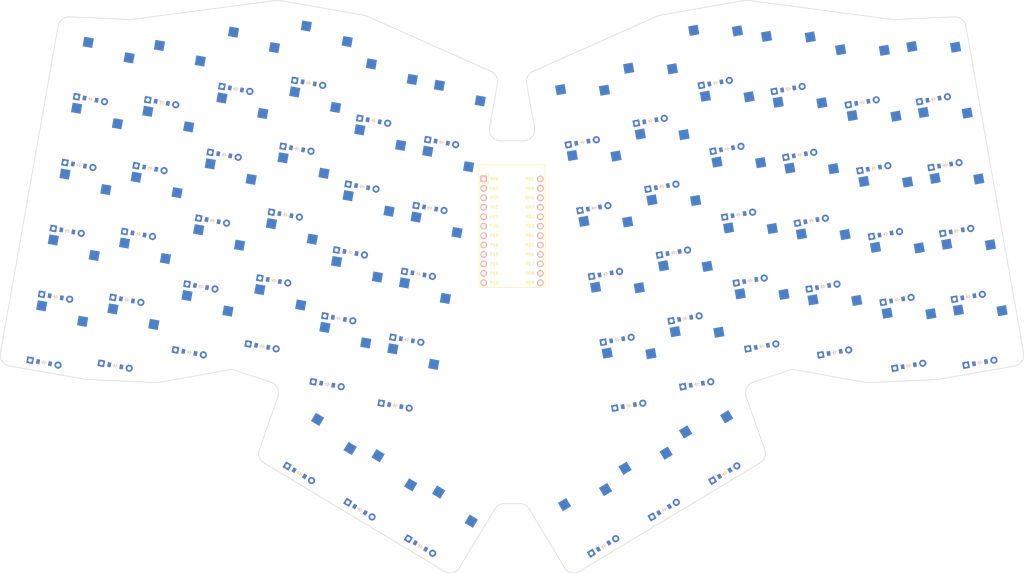
<source format=kicad_pcb>
(kicad_pcb (version 20171130) (host pcbnew 5.1.6)
  (title_block (title "cicadav1") (rev "1") (company "HagelzZ"))
  (layers (0 F.Cu signal) (31 B.Cu signal) (34 B.Paste user) (35 F.Paste user) (36 B.SilkS user) (37 F.SilkS user) (38 B.Mask user) (39 F.Mask user) (44 Edge.Cuts user))
  (net 0 "")
  (net 1 "P20")
  (net 2 "outer_bottom")
  (net 3 "outer_home")
  (net 4 "outer_top")
  (net 5 "outer_number")
  (net 6 "outer_frow")
  (net 7 "P21")
  (net 8 "pinky_bottom")
  (net 9 "pinky_home")
  (net 10 "pinky_top")
  (net 11 "pinky_number")
  (net 12 "pinky_frow")
  (net 13 "P3")
  (net 14 "ring_bottom")
  (net 15 "ring_home")
  (net 16 "ring_top")
  (net 17 "ring_number")
  (net 18 "ring_frow")
  (net 19 "P2")
  (net 20 "middle_bottom")
  (net 21 "middle_home")
  (net 22 "middle_top")
  (net 23 "middle_number")
  (net 24 "middle_frow")
  (net 25 "P0")
  (net 26 "index_bottom")
  (net 27 "index_home")
  (net 28 "index_top")
  (net 29 "index_number")
  (net 30 "index_frow")
  (net 31 "P1")
  (net 32 "indexfar_bottom")
  (net 33 "indexfar_home")
  (net 34 "indexfar_top")
  (net 35 "indexfar_number")
  (net 36 "indexfar_frow")
  (net 37 "near_thumb")
  (net 38 "home_thumb")
  (net 39 "far_thumb")
  (net 40 "mirror_outer_bottom")
  (net 41 "mirror_outer_home")
  (net 42 "mirror_outer_top")
  (net 43 "mirror_outer_number")
  (net 44 "mirror_outer_frow")
  (net 45 "mirror_pinky_bottom")
  (net 46 "mirror_pinky_home")
  (net 47 "mirror_pinky_top")
  (net 48 "mirror_pinky_number")
  (net 49 "mirror_pinky_frow")
  (net 50 "mirror_ring_bottom")
  (net 51 "mirror_ring_home")
  (net 52 "mirror_ring_top")
  (net 53 "mirror_ring_number")
  (net 54 "mirror_ring_frow")
  (net 55 "mirror_middle_bottom")
  (net 56 "mirror_middle_home")
  (net 57 "mirror_middle_top")
  (net 58 "mirror_middle_number")
  (net 59 "mirror_middle_frow")
  (net 60 "mirror_index_bottom")
  (net 61 "mirror_index_home")
  (net 62 "mirror_index_top")
  (net 63 "mirror_index_number")
  (net 64 "mirror_index_frow")
  (net 65 "mirror_indexfar_bottom")
  (net 66 "mirror_indexfar_home")
  (net 67 "mirror_indexfar_top")
  (net 68 "mirror_indexfar_number")
  (net 69 "mirror_indexfar_frow")
  (net 70 "mirror_near_thumb")
  (net 71 "mirror_home_thumb")
  (net 72 "mirror_far_thumb")
  (net 73 "P16")
  (net 74 "P14")
  (net 75 "P15")
  (net 76 "P18")
  (net 77 "P19")
  (net 78 "P10")
  (net 79 "P8")
  (net 80 "P7")
  (net 81 "P6")
  (net 82 "P5")
  (net 83 "P4")
  (net 84 "P9")
  (net 85 "RAW")
  (net 86 "GND")
  (net 87 "RST")
  (net 88 "VCC")
  (module PG1350 (layer F.Cu) (at 100 150 -10)
    (fp_text reference "S1" hide)
    (fp_text value "" hide)
    (pad "" np_thru_hole circle (at 0 0) (size 3.429 3.429) (drill 3.429) (layers *.Cu *.Mask))
    (pad "" np_thru_hole circle (at 5.5 0) (size 1.7018 1.7018) (drill 1.7018) (layers *.Cu *.Mask))
    (pad "" np_thru_hole circle (at -5.5 0) (size 1.7018 1.7018) (drill 1.7018) (layers *.Cu *.Mask))
    (pad "" np_thru_hole circle (at 5 -3.75) (size 3 3) (drill 3) (layers *.Cu *.Mask))
    (pad "" np_thru_hole circle (at 0 -5.95) (size 3 3) (drill 3) (layers *.Cu *.Mask))
    (pad 1 smd rect (at -3.275 -5.95 -10) (size 2.6 2.6) (layers B.Cu B.Paste B.Mask) (net 1 "P20"))
    (pad 2 smd rect (at 8.275 -3.75 -10) (size 2.6 2.6) (layers B.Cu B.Paste B.Mask) (net 2 "outer_bottom"))
  )
  (module PG1350 (layer F.Cu) (at 103.1256672 132.2734604 -10)
    (fp_text reference "S2" hide)
    (fp_text value "" hide)
    (pad "" np_thru_hole circle (at 0 0) (size 3.429 3.429) (drill 3.429) (layers *.Cu *.Mask))
    (pad "" np_thru_hole circle (at 5.5 0) (size 1.7018 1.7018) (drill 1.7018) (layers *.Cu *.Mask))
    (pad "" np_thru_hole circle (at -5.5 0) (size 1.7018 1.7018) (drill 1.7018) (layers *.Cu *.Mask))
    (pad "" np_thru_hole circle (at 5 -3.75) (size 3 3) (drill 3) (layers *.Cu *.Mask))
    (pad "" np_thru_hole circle (at 0 -5.95) (size 3 3) (drill 3) (layers *.Cu *.Mask))
    (pad 1 smd rect (at -3.275 -5.95 -10) (size 2.6 2.6) (layers B.Cu B.Paste B.Mask) (net 1 "P20"))
    (pad 2 smd rect (at 8.275 -3.75 -10) (size 2.6 2.6) (layers B.Cu B.Paste B.Mask) (net 3 "outer_home"))
  )
  (module PG1350 (layer F.Cu) (at 106.25133439999999 114.54692080000001 -10)
    (fp_text reference "S3" hide)
    (fp_text value "" hide)
    (pad "" np_thru_hole circle (at 0 0) (size 3.429 3.429) (drill 3.429) (layers *.Cu *.Mask))
    (pad "" np_thru_hole circle (at 5.5 0) (size 1.7018 1.7018) (drill 1.7018) (layers *.Cu *.Mask))
    (pad "" np_thru_hole circle (at -5.5 0) (size 1.7018 1.7018) (drill 1.7018) (layers *.Cu *.Mask))
    (pad "" np_thru_hole circle (at 5 -3.75) (size 3 3) (drill 3) (layers *.Cu *.Mask))
    (pad "" np_thru_hole circle (at 0 -5.95) (size 3 3) (drill 3) (layers *.Cu *.Mask))
    (pad 1 smd rect (at -3.275 -5.95 -10) (size 2.6 2.6) (layers B.Cu B.Paste B.Mask) (net 1 "P20"))
    (pad 2 smd rect (at 8.275 -3.75 -10) (size 2.6 2.6) (layers B.Cu B.Paste B.Mask) (net 4 "outer_top"))
  )
  (module PG1350 (layer F.Cu) (at 109.37700159999999 96.82038120000001 -10)
    (fp_text reference "S4" hide)
    (fp_text value "" hide)
    (pad "" np_thru_hole circle (at 0 0) (size 3.429 3.429) (drill 3.429) (layers *.Cu *.Mask))
    (pad "" np_thru_hole circle (at 5.5 0) (size 1.7018 1.7018) (drill 1.7018) (layers *.Cu *.Mask))
    (pad "" np_thru_hole circle (at -5.5 0) (size 1.7018 1.7018) (drill 1.7018) (layers *.Cu *.Mask))
    (pad "" np_thru_hole circle (at 5 -3.75) (size 3 3) (drill 3) (layers *.Cu *.Mask))
    (pad "" np_thru_hole circle (at 0 -5.95) (size 3 3) (drill 3) (layers *.Cu *.Mask))
    (pad 1 smd rect (at -3.275 -5.95 -10) (size 2.6 2.6) (layers B.Cu B.Paste B.Mask) (net 1 "P20"))
    (pad 2 smd rect (at 8.275 -3.75 -10) (size 2.6 2.6) (layers B.Cu B.Paste B.Mask) (net 5 "outer_number"))
  )
  (module PG1350 (layer F.Cu) (at 112.50266879999998 79.09384160000002 -10)
    (fp_text reference "S5" hide)
    (fp_text value "" hide)
    (pad "" np_thru_hole circle (at 0 0) (size 3.429 3.429) (drill 3.429) (layers *.Cu *.Mask))
    (pad "" np_thru_hole circle (at 5.5 0) (size 1.7018 1.7018) (drill 1.7018) (layers *.Cu *.Mask))
    (pad "" np_thru_hole circle (at -5.5 0) (size 1.7018 1.7018) (drill 1.7018) (layers *.Cu *.Mask))
    (pad "" np_thru_hole circle (at 5 -3.75) (size 3 3) (drill 3) (layers *.Cu *.Mask))
    (pad "" np_thru_hole circle (at 0 -5.95) (size 3 3) (drill 3) (layers *.Cu *.Mask))
    (pad 1 smd rect (at -3.275 -5.95 -10) (size 2.6 2.6) (layers B.Cu B.Paste B.Mask) (net 1 "P20"))
    (pad 2 smd rect (at 8.275 -3.75 -10) (size 2.6 2.6) (layers B.Cu B.Paste B.Mask) (net 6 "outer_frow"))
  )
  (module PG1350 (layer F.Cu) (at 119.1454678 150.837296 -10)
    (fp_text reference "S6" hide)
    (fp_text value "" hide)
    (pad "" np_thru_hole circle (at 0 0) (size 3.429 3.429) (drill 3.429) (layers *.Cu *.Mask))
    (pad "" np_thru_hole circle (at 5.5 0) (size 1.7018 1.7018) (drill 1.7018) (layers *.Cu *.Mask))
    (pad "" np_thru_hole circle (at -5.5 0) (size 1.7018 1.7018) (drill 1.7018) (layers *.Cu *.Mask))
    (pad "" np_thru_hole circle (at 5 -3.75) (size 3 3) (drill 3) (layers *.Cu *.Mask))
    (pad "" np_thru_hole circle (at 0 -5.95) (size 3 3) (drill 3) (layers *.Cu *.Mask))
    (pad 1 smd rect (at -3.275 -5.95 -10) (size 2.6 2.6) (layers B.Cu B.Paste B.Mask) (net 7 "P21"))
    (pad 2 smd rect (at 8.275 -3.75 -10) (size 2.6 2.6) (layers B.Cu B.Paste B.Mask) (net 8 "pinky_bottom"))
  )
  (module PG1350 (layer F.Cu) (at 122.271135 133.1107564 -10)
    (fp_text reference "S7" hide)
    (fp_text value "" hide)
    (pad "" np_thru_hole circle (at 0 0) (size 3.429 3.429) (drill 3.429) (layers *.Cu *.Mask))
    (pad "" np_thru_hole circle (at 5.5 0) (size 1.7018 1.7018) (drill 1.7018) (layers *.Cu *.Mask))
    (pad "" np_thru_hole circle (at -5.5 0) (size 1.7018 1.7018) (drill 1.7018) (layers *.Cu *.Mask))
    (pad "" np_thru_hole circle (at 5 -3.75) (size 3 3) (drill 3) (layers *.Cu *.Mask))
    (pad "" np_thru_hole circle (at 0 -5.95) (size 3 3) (drill 3) (layers *.Cu *.Mask))
    (pad 1 smd rect (at -3.275 -5.95 -10) (size 2.6 2.6) (layers B.Cu B.Paste B.Mask) (net 7 "P21"))
    (pad 2 smd rect (at 8.275 -3.75 -10) (size 2.6 2.6) (layers B.Cu B.Paste B.Mask) (net 9 "pinky_home"))
  )
  (module PG1350 (layer F.Cu) (at 125.3968022 115.38421680000002 -10)
    (fp_text reference "S8" hide)
    (fp_text value "" hide)
    (pad "" np_thru_hole circle (at 0 0) (size 3.429 3.429) (drill 3.429) (layers *.Cu *.Mask))
    (pad "" np_thru_hole circle (at 5.5 0) (size 1.7018 1.7018) (drill 1.7018) (layers *.Cu *.Mask))
    (pad "" np_thru_hole circle (at -5.5 0) (size 1.7018 1.7018) (drill 1.7018) (layers *.Cu *.Mask))
    (pad "" np_thru_hole circle (at 5 -3.75) (size 3 3) (drill 3) (layers *.Cu *.Mask))
    (pad "" np_thru_hole circle (at 0 -5.95) (size 3 3) (drill 3) (layers *.Cu *.Mask))
    (pad 1 smd rect (at -3.275 -5.95 -10) (size 2.6 2.6) (layers B.Cu B.Paste B.Mask) (net 7 "P21"))
    (pad 2 smd rect (at 8.275 -3.75 -10) (size 2.6 2.6) (layers B.Cu B.Paste B.Mask) (net 10 "pinky_top"))
  )
  (module PG1350 (layer F.Cu) (at 128.5224694 97.65767720000002 -10)
    (fp_text reference "S9" hide)
    (fp_text value "" hide)
    (pad "" np_thru_hole circle (at 0 0) (size 3.429 3.429) (drill 3.429) (layers *.Cu *.Mask))
    (pad "" np_thru_hole circle (at 5.5 0) (size 1.7018 1.7018) (drill 1.7018) (layers *.Cu *.Mask))
    (pad "" np_thru_hole circle (at -5.5 0) (size 1.7018 1.7018) (drill 1.7018) (layers *.Cu *.Mask))
    (pad "" np_thru_hole circle (at 5 -3.75) (size 3 3) (drill 3) (layers *.Cu *.Mask))
    (pad "" np_thru_hole circle (at 0 -5.95) (size 3 3) (drill 3) (layers *.Cu *.Mask))
    (pad 1 smd rect (at -3.275 -5.95 -10) (size 2.6 2.6) (layers B.Cu B.Paste B.Mask) (net 7 "P21"))
    (pad 2 smd rect (at 8.275 -3.75 -10) (size 2.6 2.6) (layers B.Cu B.Paste B.Mask) (net 11 "pinky_number"))
  )
  (module PG1350 (layer F.Cu) (at 131.64813660000002 79.93113760000003 -10)
    (fp_text reference "S10" hide)
    (fp_text value "" hide)
    (pad "" np_thru_hole circle (at 0 0) (size 3.429 3.429) (drill 3.429) (layers *.Cu *.Mask))
    (pad "" np_thru_hole circle (at 5.5 0) (size 1.7018 1.7018) (drill 1.7018) (layers *.Cu *.Mask))
    (pad "" np_thru_hole circle (at -5.5 0) (size 1.7018 1.7018) (drill 1.7018) (layers *.Cu *.Mask))
    (pad "" np_thru_hole circle (at 5 -3.75) (size 3 3) (drill 3) (layers *.Cu *.Mask))
    (pad "" np_thru_hole circle (at 0 -5.95) (size 3 3) (drill 3) (layers *.Cu *.Mask))
    (pad 1 smd rect (at -3.275 -5.95 -10) (size 2.6 2.6) (layers B.Cu B.Paste B.Mask) (net 7 "P21"))
    (pad 2 smd rect (at 8.275 -3.75 -10) (size 2.6 2.6) (layers B.Cu B.Paste B.Mask) (net 12 "pinky_frow"))
  )
  (module PG1350 (layer F.Cu) (at 139.0723523 147.2429571 -10)
    (fp_text reference "S11" hide)
    (fp_text value "" hide)
    (pad "" np_thru_hole circle (at 0 0) (size 3.429 3.429) (drill 3.429) (layers *.Cu *.Mask))
    (pad "" np_thru_hole circle (at 5.5 0) (size 1.7018 1.7018) (drill 1.7018) (layers *.Cu *.Mask))
    (pad "" np_thru_hole circle (at -5.5 0) (size 1.7018 1.7018) (drill 1.7018) (layers *.Cu *.Mask))
    (pad "" np_thru_hole circle (at 5 -3.75) (size 3 3) (drill 3) (layers *.Cu *.Mask))
    (pad "" np_thru_hole circle (at 0 -5.95) (size 3 3) (drill 3) (layers *.Cu *.Mask))
    (pad 1 smd rect (at -3.275 -5.95 -10) (size 2.6 2.6) (layers B.Cu B.Paste B.Mask) (net 13 "P3"))
    (pad 2 smd rect (at 8.275 -3.75 -10) (size 2.6 2.6) (layers B.Cu B.Paste B.Mask) (net 14 "ring_bottom"))
  )
  (module PG1350 (layer F.Cu) (at 142.19801950000002 129.51641750000002 -10)
    (fp_text reference "S12" hide)
    (fp_text value "" hide)
    (pad "" np_thru_hole circle (at 0 0) (size 3.429 3.429) (drill 3.429) (layers *.Cu *.Mask))
    (pad "" np_thru_hole circle (at 5.5 0) (size 1.7018 1.7018) (drill 1.7018) (layers *.Cu *.Mask))
    (pad "" np_thru_hole circle (at -5.5 0) (size 1.7018 1.7018) (drill 1.7018) (layers *.Cu *.Mask))
    (pad "" np_thru_hole circle (at 5 -3.75) (size 3 3) (drill 3) (layers *.Cu *.Mask))
    (pad "" np_thru_hole circle (at 0 -5.95) (size 3 3) (drill 3) (layers *.Cu *.Mask))
    (pad 1 smd rect (at -3.275 -5.95 -10) (size 2.6 2.6) (layers B.Cu B.Paste B.Mask) (net 13 "P3"))
    (pad 2 smd rect (at 8.275 -3.75 -10) (size 2.6 2.6) (layers B.Cu B.Paste B.Mask) (net 15 "ring_home"))
  )
  (module PG1350 (layer F.Cu) (at 145.32368670000002 111.78987790000002 -10)
    (fp_text reference "S13" hide)
    (fp_text value "" hide)
    (pad "" np_thru_hole circle (at 0 0) (size 3.429 3.429) (drill 3.429) (layers *.Cu *.Mask))
    (pad "" np_thru_hole circle (at 5.5 0) (size 1.7018 1.7018) (drill 1.7018) (layers *.Cu *.Mask))
    (pad "" np_thru_hole circle (at -5.5 0) (size 1.7018 1.7018) (drill 1.7018) (layers *.Cu *.Mask))
    (pad "" np_thru_hole circle (at 5 -3.75) (size 3 3) (drill 3) (layers *.Cu *.Mask))
    (pad "" np_thru_hole circle (at 0 -5.95) (size 3 3) (drill 3) (layers *.Cu *.Mask))
    (pad 1 smd rect (at -3.275 -5.95 -10) (size 2.6 2.6) (layers B.Cu B.Paste B.Mask) (net 13 "P3"))
    (pad 2 smd rect (at 8.275 -3.75 -10) (size 2.6 2.6) (layers B.Cu B.Paste B.Mask) (net 16 "ring_top"))
  )
  (module PG1350 (layer F.Cu) (at 148.44935390000003 94.06333830000003 -10)
    (fp_text reference "S14" hide)
    (fp_text value "" hide)
    (pad "" np_thru_hole circle (at 0 0) (size 3.429 3.429) (drill 3.429) (layers *.Cu *.Mask))
    (pad "" np_thru_hole circle (at 5.5 0) (size 1.7018 1.7018) (drill 1.7018) (layers *.Cu *.Mask))
    (pad "" np_thru_hole circle (at -5.5 0) (size 1.7018 1.7018) (drill 1.7018) (layers *.Cu *.Mask))
    (pad "" np_thru_hole circle (at 5 -3.75) (size 3 3) (drill 3) (layers *.Cu *.Mask))
    (pad "" np_thru_hole circle (at 0 -5.95) (size 3 3) (drill 3) (layers *.Cu *.Mask))
    (pad 1 smd rect (at -3.275 -5.95 -10) (size 2.6 2.6) (layers B.Cu B.Paste B.Mask) (net 13 "P3"))
    (pad 2 smd rect (at 8.275 -3.75 -10) (size 2.6 2.6) (layers B.Cu B.Paste B.Mask) (net 17 "ring_number"))
  )
  (module PG1350 (layer F.Cu) (at 151.57502110000004 76.33679870000003 -10)
    (fp_text reference "S15" hide)
    (fp_text value "" hide)
    (pad "" np_thru_hole circle (at 0 0) (size 3.429 3.429) (drill 3.429) (layers *.Cu *.Mask))
    (pad "" np_thru_hole circle (at 5.5 0) (size 1.7018 1.7018) (drill 1.7018) (layers *.Cu *.Mask))
    (pad "" np_thru_hole circle (at -5.5 0) (size 1.7018 1.7018) (drill 1.7018) (layers *.Cu *.Mask))
    (pad "" np_thru_hole circle (at 5 -3.75) (size 3 3) (drill 3) (layers *.Cu *.Mask))
    (pad "" np_thru_hole circle (at 0 -5.95) (size 3 3) (drill 3) (layers *.Cu *.Mask))
    (pad 1 smd rect (at -3.275 -5.95 -10) (size 2.6 2.6) (layers B.Cu B.Paste B.Mask) (net 13 "P3"))
    (pad 2 smd rect (at 8.275 -3.75 -10) (size 2.6 2.6) (layers B.Cu B.Paste B.Mask) (net 18 "ring_frow"))
  )
  (module PG1350 (layer F.Cu) (at 158.6519405 145.6182337 -10)
    (fp_text reference "S16" hide)
    (fp_text value "" hide)
    (pad "" np_thru_hole circle (at 0 0) (size 3.429 3.429) (drill 3.429) (layers *.Cu *.Mask))
    (pad "" np_thru_hole circle (at 5.5 0) (size 1.7018 1.7018) (drill 1.7018) (layers *.Cu *.Mask))
    (pad "" np_thru_hole circle (at -5.5 0) (size 1.7018 1.7018) (drill 1.7018) (layers *.Cu *.Mask))
    (pad "" np_thru_hole circle (at 5 -3.75) (size 3 3) (drill 3) (layers *.Cu *.Mask))
    (pad "" np_thru_hole circle (at 0 -5.95) (size 3 3) (drill 3) (layers *.Cu *.Mask))
    (pad 1 smd rect (at -3.275 -5.95 -10) (size 2.6 2.6) (layers B.Cu B.Paste B.Mask) (net 19 "P2"))
    (pad 2 smd rect (at 8.275 -3.75 -10) (size 2.6 2.6) (layers B.Cu B.Paste B.Mask) (net 20 "middle_bottom"))
  )
  (module PG1350 (layer F.Cu) (at 161.7776077 127.8916941 -10)
    (fp_text reference "S17" hide)
    (fp_text value "" hide)
    (pad "" np_thru_hole circle (at 0 0) (size 3.429 3.429) (drill 3.429) (layers *.Cu *.Mask))
    (pad "" np_thru_hole circle (at 5.5 0) (size 1.7018 1.7018) (drill 1.7018) (layers *.Cu *.Mask))
    (pad "" np_thru_hole circle (at -5.5 0) (size 1.7018 1.7018) (drill 1.7018) (layers *.Cu *.Mask))
    (pad "" np_thru_hole circle (at 5 -3.75) (size 3 3) (drill 3) (layers *.Cu *.Mask))
    (pad "" np_thru_hole circle (at 0 -5.95) (size 3 3) (drill 3) (layers *.Cu *.Mask))
    (pad 1 smd rect (at -3.275 -5.95 -10) (size 2.6 2.6) (layers B.Cu B.Paste B.Mask) (net 19 "P2"))
    (pad 2 smd rect (at 8.275 -3.75 -10) (size 2.6 2.6) (layers B.Cu B.Paste B.Mask) (net 21 "middle_home"))
  )
  (module PG1350 (layer F.Cu) (at 164.9032749 110.1651545 -10)
    (fp_text reference "S18" hide)
    (fp_text value "" hide)
    (pad "" np_thru_hole circle (at 0 0) (size 3.429 3.429) (drill 3.429) (layers *.Cu *.Mask))
    (pad "" np_thru_hole circle (at 5.5 0) (size 1.7018 1.7018) (drill 1.7018) (layers *.Cu *.Mask))
    (pad "" np_thru_hole circle (at -5.5 0) (size 1.7018 1.7018) (drill 1.7018) (layers *.Cu *.Mask))
    (pad "" np_thru_hole circle (at 5 -3.75) (size 3 3) (drill 3) (layers *.Cu *.Mask))
    (pad "" np_thru_hole circle (at 0 -5.95) (size 3 3) (drill 3) (layers *.Cu *.Mask))
    (pad 1 smd rect (at -3.275 -5.95 -10) (size 2.6 2.6) (layers B.Cu B.Paste B.Mask) (net 19 "P2"))
    (pad 2 smd rect (at 8.275 -3.75 -10) (size 2.6 2.6) (layers B.Cu B.Paste B.Mask) (net 22 "middle_top"))
  )
  (module PG1350 (layer F.Cu) (at 168.02894210000002 92.4386149 -10)
    (fp_text reference "S19" hide)
    (fp_text value "" hide)
    (pad "" np_thru_hole circle (at 0 0) (size 3.429 3.429) (drill 3.429) (layers *.Cu *.Mask))
    (pad "" np_thru_hole circle (at 5.5 0) (size 1.7018 1.7018) (drill 1.7018) (layers *.Cu *.Mask))
    (pad "" np_thru_hole circle (at -5.5 0) (size 1.7018 1.7018) (drill 1.7018) (layers *.Cu *.Mask))
    (pad "" np_thru_hole circle (at 5 -3.75) (size 3 3) (drill 3) (layers *.Cu *.Mask))
    (pad "" np_thru_hole circle (at 0 -5.95) (size 3 3) (drill 3) (layers *.Cu *.Mask))
    (pad 1 smd rect (at -3.275 -5.95 -10) (size 2.6 2.6) (layers B.Cu B.Paste B.Mask) (net 19 "P2"))
    (pad 2 smd rect (at 8.275 -3.75 -10) (size 2.6 2.6) (layers B.Cu B.Paste B.Mask) (net 23 "middle_number"))
  )
  (module PG1350 (layer F.Cu) (at 171.15460930000003 74.71207530000001 -10)
    (fp_text reference "S20" hide)
    (fp_text value "" hide)
    (pad "" np_thru_hole circle (at 0 0) (size 3.429 3.429) (drill 3.429) (layers *.Cu *.Mask))
    (pad "" np_thru_hole circle (at 5.5 0) (size 1.7018 1.7018) (drill 1.7018) (layers *.Cu *.Mask))
    (pad "" np_thru_hole circle (at -5.5 0) (size 1.7018 1.7018) (drill 1.7018) (layers *.Cu *.Mask))
    (pad "" np_thru_hole circle (at 5 -3.75) (size 3 3) (drill 3) (layers *.Cu *.Mask))
    (pad "" np_thru_hole circle (at 0 -5.95) (size 3 3) (drill 3) (layers *.Cu *.Mask))
    (pad 1 smd rect (at -3.275 -5.95 -10) (size 2.6 2.6) (layers B.Cu B.Paste B.Mask) (net 19 "P2"))
    (pad 2 smd rect (at 8.275 -3.75 -10) (size 2.6 2.6) (layers B.Cu B.Paste B.Mask) (net 24 "middle_frow"))
  )
  (module PG1350 (layer F.Cu) (at 176.1477506 155.8112034 -10)
    (fp_text reference "S21" hide)
    (fp_text value "" hide)
    (pad "" np_thru_hole circle (at 0 0) (size 3.429 3.429) (drill 3.429) (layers *.Cu *.Mask))
    (pad "" np_thru_hole circle (at 5.5 0) (size 1.7018 1.7018) (drill 1.7018) (layers *.Cu *.Mask))
    (pad "" np_thru_hole circle (at -5.5 0) (size 1.7018 1.7018) (drill 1.7018) (layers *.Cu *.Mask))
    (pad "" np_thru_hole circle (at 5 -3.75) (size 3 3) (drill 3) (layers *.Cu *.Mask))
    (pad "" np_thru_hole circle (at 0 -5.95) (size 3 3) (drill 3) (layers *.Cu *.Mask))
    (pad 1 smd rect (at -3.275 -5.95 -10) (size 2.6 2.6) (layers B.Cu B.Paste B.Mask) (net 25 "P0"))
    (pad 2 smd rect (at 8.275 -3.75 -10) (size 2.6 2.6) (layers B.Cu B.Paste B.Mask) (net 26 "index_bottom"))
  )
  (module PG1350 (layer F.Cu) (at 179.2734178 138.08466380000002 -10)
    (fp_text reference "S22" hide)
    (fp_text value "" hide)
    (pad "" np_thru_hole circle (at 0 0) (size 3.429 3.429) (drill 3.429) (layers *.Cu *.Mask))
    (pad "" np_thru_hole circle (at 5.5 0) (size 1.7018 1.7018) (drill 1.7018) (layers *.Cu *.Mask))
    (pad "" np_thru_hole circle (at -5.5 0) (size 1.7018 1.7018) (drill 1.7018) (layers *.Cu *.Mask))
    (pad "" np_thru_hole circle (at 5 -3.75) (size 3 3) (drill 3) (layers *.Cu *.Mask))
    (pad "" np_thru_hole circle (at 0 -5.95) (size 3 3) (drill 3) (layers *.Cu *.Mask))
    (pad 1 smd rect (at -3.275 -5.95 -10) (size 2.6 2.6) (layers B.Cu B.Paste B.Mask) (net 25 "P0"))
    (pad 2 smd rect (at 8.275 -3.75 -10) (size 2.6 2.6) (layers B.Cu B.Paste B.Mask) (net 27 "index_home"))
  )
  (module PG1350 (layer F.Cu) (at 182.399085 120.35812420000002 -10)
    (fp_text reference "S23" hide)
    (fp_text value "" hide)
    (pad "" np_thru_hole circle (at 0 0) (size 3.429 3.429) (drill 3.429) (layers *.Cu *.Mask))
    (pad "" np_thru_hole circle (at 5.5 0) (size 1.7018 1.7018) (drill 1.7018) (layers *.Cu *.Mask))
    (pad "" np_thru_hole circle (at -5.5 0) (size 1.7018 1.7018) (drill 1.7018) (layers *.Cu *.Mask))
    (pad "" np_thru_hole circle (at 5 -3.75) (size 3 3) (drill 3) (layers *.Cu *.Mask))
    (pad "" np_thru_hole circle (at 0 -5.95) (size 3 3) (drill 3) (layers *.Cu *.Mask))
    (pad 1 smd rect (at -3.275 -5.95 -10) (size 2.6 2.6) (layers B.Cu B.Paste B.Mask) (net 25 "P0"))
    (pad 2 smd rect (at 8.275 -3.75 -10) (size 2.6 2.6) (layers B.Cu B.Paste B.Mask) (net 28 "index_top"))
  )
  (module PG1350 (layer F.Cu) (at 185.52475220000002 102.63158460000002 -10)
    (fp_text reference "S24" hide)
    (fp_text value "" hide)
    (pad "" np_thru_hole circle (at 0 0) (size 3.429 3.429) (drill 3.429) (layers *.Cu *.Mask))
    (pad "" np_thru_hole circle (at 5.5 0) (size 1.7018 1.7018) (drill 1.7018) (layers *.Cu *.Mask))
    (pad "" np_thru_hole circle (at -5.5 0) (size 1.7018 1.7018) (drill 1.7018) (layers *.Cu *.Mask))
    (pad "" np_thru_hole circle (at 5 -3.75) (size 3 3) (drill 3) (layers *.Cu *.Mask))
    (pad "" np_thru_hole circle (at 0 -5.95) (size 3 3) (drill 3) (layers *.Cu *.Mask))
    (pad 1 smd rect (at -3.275 -5.95 -10) (size 2.6 2.6) (layers B.Cu B.Paste B.Mask) (net 25 "P0"))
    (pad 2 smd rect (at 8.275 -3.75 -10) (size 2.6 2.6) (layers B.Cu B.Paste B.Mask) (net 29 "index_number"))
  )
  (module PG1350 (layer F.Cu) (at 188.65041940000003 84.90504500000003 -10)
    (fp_text reference "S25" hide)
    (fp_text value "" hide)
    (pad "" np_thru_hole circle (at 0 0) (size 3.429 3.429) (drill 3.429) (layers *.Cu *.Mask))
    (pad "" np_thru_hole circle (at 5.5 0) (size 1.7018 1.7018) (drill 1.7018) (layers *.Cu *.Mask))
    (pad "" np_thru_hole circle (at -5.5 0) (size 1.7018 1.7018) (drill 1.7018) (layers *.Cu *.Mask))
    (pad "" np_thru_hole circle (at 5 -3.75) (size 3 3) (drill 3) (layers *.Cu *.Mask))
    (pad "" np_thru_hole circle (at 0 -5.95) (size 3 3) (drill 3) (layers *.Cu *.Mask))
    (pad 1 smd rect (at -3.275 -5.95 -10) (size 2.6 2.6) (layers B.Cu B.Paste B.Mask) (net 25 "P0"))
    (pad 2 smd rect (at 8.275 -3.75 -10) (size 2.6 2.6) (layers B.Cu B.Paste B.Mask) (net 30 "index_frow"))
  )
  (module PG1350 (layer F.Cu) (at 194.4249774 161.5725381 -10)
    (fp_text reference "S26" hide)
    (fp_text value "" hide)
    (pad "" np_thru_hole circle (at 0 0) (size 3.429 3.429) (drill 3.429) (layers *.Cu *.Mask))
    (pad "" np_thru_hole circle (at 5.5 0) (size 1.7018 1.7018) (drill 1.7018) (layers *.Cu *.Mask))
    (pad "" np_thru_hole circle (at -5.5 0) (size 1.7018 1.7018) (drill 1.7018) (layers *.Cu *.Mask))
    (pad "" np_thru_hole circle (at 5 -3.75) (size 3 3) (drill 3) (layers *.Cu *.Mask))
    (pad "" np_thru_hole circle (at 0 -5.95) (size 3 3) (drill 3) (layers *.Cu *.Mask))
    (pad 1 smd rect (at -3.275 -5.95 -10) (size 2.6 2.6) (layers B.Cu B.Paste B.Mask) (net 31 "P1"))
    (pad 2 smd rect (at 8.275 -3.75 -10) (size 2.6 2.6) (layers B.Cu B.Paste B.Mask) (net 32 "indexfar_bottom"))
  )
  (module PG1350 (layer F.Cu) (at 197.5506446 143.8459985 -10)
    (fp_text reference "S27" hide)
    (fp_text value "" hide)
    (pad "" np_thru_hole circle (at 0 0) (size 3.429 3.429) (drill 3.429) (layers *.Cu *.Mask))
    (pad "" np_thru_hole circle (at 5.5 0) (size 1.7018 1.7018) (drill 1.7018) (layers *.Cu *.Mask))
    (pad "" np_thru_hole circle (at -5.5 0) (size 1.7018 1.7018) (drill 1.7018) (layers *.Cu *.Mask))
    (pad "" np_thru_hole circle (at 5 -3.75) (size 3 3) (drill 3) (layers *.Cu *.Mask))
    (pad "" np_thru_hole circle (at 0 -5.95) (size 3 3) (drill 3) (layers *.Cu *.Mask))
    (pad 1 smd rect (at -3.275 -5.95 -10) (size 2.6 2.6) (layers B.Cu B.Paste B.Mask) (net 31 "P1"))
    (pad 2 smd rect (at 8.275 -3.75 -10) (size 2.6 2.6) (layers B.Cu B.Paste B.Mask) (net 33 "indexfar_home"))
  )
  (module PG1350 (layer F.Cu) (at 200.6763118 126.11945890000001 -10)
    (fp_text reference "S28" hide)
    (fp_text value "" hide)
    (pad "" np_thru_hole circle (at 0 0) (size 3.429 3.429) (drill 3.429) (layers *.Cu *.Mask))
    (pad "" np_thru_hole circle (at 5.5 0) (size 1.7018 1.7018) (drill 1.7018) (layers *.Cu *.Mask))
    (pad "" np_thru_hole circle (at -5.5 0) (size 1.7018 1.7018) (drill 1.7018) (layers *.Cu *.Mask))
    (pad "" np_thru_hole circle (at 5 -3.75) (size 3 3) (drill 3) (layers *.Cu *.Mask))
    (pad "" np_thru_hole circle (at 0 -5.95) (size 3 3) (drill 3) (layers *.Cu *.Mask))
    (pad 1 smd rect (at -3.275 -5.95 -10) (size 2.6 2.6) (layers B.Cu B.Paste B.Mask) (net 31 "P1"))
    (pad 2 smd rect (at 8.275 -3.75 -10) (size 2.6 2.6) (layers B.Cu B.Paste B.Mask) (net 34 "indexfar_top"))
  )
  (module PG1350 (layer F.Cu) (at 203.80197900000002 108.39291930000002 -10)
    (fp_text reference "S29" hide)
    (fp_text value "" hide)
    (pad "" np_thru_hole circle (at 0 0) (size 3.429 3.429) (drill 3.429) (layers *.Cu *.Mask))
    (pad "" np_thru_hole circle (at 5.5 0) (size 1.7018 1.7018) (drill 1.7018) (layers *.Cu *.Mask))
    (pad "" np_thru_hole circle (at -5.5 0) (size 1.7018 1.7018) (drill 1.7018) (layers *.Cu *.Mask))
    (pad "" np_thru_hole circle (at 5 -3.75) (size 3 3) (drill 3) (layers *.Cu *.Mask))
    (pad "" np_thru_hole circle (at 0 -5.95) (size 3 3) (drill 3) (layers *.Cu *.Mask))
    (pad 1 smd rect (at -3.275 -5.95 -10) (size 2.6 2.6) (layers B.Cu B.Paste B.Mask) (net 31 "P1"))
    (pad 2 smd rect (at 8.275 -3.75 -10) (size 2.6 2.6) (layers B.Cu B.Paste B.Mask) (net 35 "indexfar_number"))
  )
  (module PG1350 (layer F.Cu) (at 206.92764620000003 90.66637970000002 -10)
    (fp_text reference "S30" hide)
    (fp_text value "" hide)
    (pad "" np_thru_hole circle (at 0 0) (size 3.429 3.429) (drill 3.429) (layers *.Cu *.Mask))
    (pad "" np_thru_hole circle (at 5.5 0) (size 1.7018 1.7018) (drill 1.7018) (layers *.Cu *.Mask))
    (pad "" np_thru_hole circle (at -5.5 0) (size 1.7018 1.7018) (drill 1.7018) (layers *.Cu *.Mask))
    (pad "" np_thru_hole circle (at 5 -3.75) (size 3 3) (drill 3) (layers *.Cu *.Mask))
    (pad "" np_thru_hole circle (at 0 -5.95) (size 3 3) (drill 3) (layers *.Cu *.Mask))
    (pad 1 smd rect (at -3.275 -5.95 -10) (size 2.6 2.6) (layers B.Cu B.Paste B.Mask) (net 31 "P1"))
    (pad 2 smd rect (at 8.275 -3.75 -10) (size 2.6 2.6) (layers B.Cu B.Paste B.Mask) (net 36 "indexfar_frow"))
  )
  (module PG1350 (layer F.Cu) (at 171.71972209999998 180.92380110000002 -31)
    (fp_text reference "S31" hide)
    (fp_text value "" hide)
    (pad "" np_thru_hole circle (at 0 0) (size 3.429 3.429) (drill 3.429) (layers *.Cu *.Mask))
    (pad "" np_thru_hole circle (at 5.5 0) (size 1.7018 1.7018) (drill 1.7018) (layers *.Cu *.Mask))
    (pad "" np_thru_hole circle (at -5.5 0) (size 1.7018 1.7018) (drill 1.7018) (layers *.Cu *.Mask))
    (pad "" np_thru_hole circle (at 5 -3.75) (size 3 3) (drill 3) (layers *.Cu *.Mask))
    (pad "" np_thru_hole circle (at 0 -5.95) (size 3 3) (drill 3) (layers *.Cu *.Mask))
    (pad 1 smd rect (at -3.275 -5.95 -31) (size 2.6 2.6) (layers B.Cu B.Paste B.Mask) (net 19 "P2"))
    (pad 2 smd rect (at 8.275 -3.75 -31) (size 2.6 2.6) (layers B.Cu B.Paste B.Mask) (net 37 "near_thumb"))
  )
  (module PG1350 (layer F.Cu) (at 188.00590079999998 190.70952450000001 -31)
    (fp_text reference "S32" hide)
    (fp_text value "" hide)
    (pad "" np_thru_hole circle (at 0 0) (size 3.429 3.429) (drill 3.429) (layers *.Cu *.Mask))
    (pad "" np_thru_hole circle (at 5.5 0) (size 1.7018 1.7018) (drill 1.7018) (layers *.Cu *.Mask))
    (pad "" np_thru_hole circle (at -5.5 0) (size 1.7018 1.7018) (drill 1.7018) (layers *.Cu *.Mask))
    (pad "" np_thru_hole circle (at 5 -3.75) (size 3 3) (drill 3) (layers *.Cu *.Mask))
    (pad "" np_thru_hole circle (at 0 -5.95) (size 3 3) (drill 3) (layers *.Cu *.Mask))
    (pad 1 smd rect (at -3.275 -5.95 -31) (size 2.6 2.6) (layers B.Cu B.Paste B.Mask) (net 25 "P0"))
    (pad 2 smd rect (at 8.275 -3.75 -31) (size 2.6 2.6) (layers B.Cu B.Paste B.Mask) (net 38 "home_thumb"))
  )
  (module PG1350 (layer F.Cu) (at 204.2920795 200.49524800000003 -31)
    (fp_text reference "S33" hide)
    (fp_text value "" hide)
    (pad "" np_thru_hole circle (at 0 0) (size 3.429 3.429) (drill 3.429) (layers *.Cu *.Mask))
    (pad "" np_thru_hole circle (at 5.5 0) (size 1.7018 1.7018) (drill 1.7018) (layers *.Cu *.Mask))
    (pad "" np_thru_hole circle (at -5.5 0) (size 1.7018 1.7018) (drill 1.7018) (layers *.Cu *.Mask))
    (pad "" np_thru_hole circle (at 5 -3.75) (size 3 3) (drill 3) (layers *.Cu *.Mask))
    (pad "" np_thru_hole circle (at 0 -5.95) (size 3 3) (drill 3) (layers *.Cu *.Mask))
    (pad 1 smd rect (at -3.275 -5.95 -31) (size 2.6 2.6) (layers B.Cu B.Paste B.Mask) (net 31 "P1"))
    (pad 2 smd rect (at 8.275 -3.75 -31) (size 2.6 2.6) (layers B.Cu B.Paste B.Mask) (net 39 "far_thumb"))
  )
  (module PG1350 (layer F.Cu) (at 348.5468356 150 10)
    (fp_text reference "S34" hide)
    (fp_text value "" hide)
    (pad "" np_thru_hole circle (at 0 0) (size 3.429 3.429) (drill 3.429) (layers *.Cu *.Mask))
    (pad "" np_thru_hole circle (at 5.5 0) (size 1.7018 1.7018) (drill 1.7018) (layers *.Cu *.Mask))
    (pad "" np_thru_hole circle (at -5.5 0) (size 1.7018 1.7018) (drill 1.7018) (layers *.Cu *.Mask))
    (pad "" np_thru_hole circle (at 5 -3.75) (size 3 3) (drill 3) (layers *.Cu *.Mask))
    (pad "" np_thru_hole circle (at 0 -5.95) (size 3 3) (drill 3) (layers *.Cu *.Mask))
    (pad 1 smd rect (at -3.275 -5.95 10) (size 2.6 2.6) (layers B.Cu B.Paste B.Mask) (net 1 "P20"))
    (pad 2 smd rect (at 8.275 -3.75 10) (size 2.6 2.6) (layers B.Cu B.Paste B.Mask) (net 40 "mirror_outer_bottom"))
  )
  (module PG1350 (layer F.Cu) (at 345.4211684 132.2734604 10)
    (fp_text reference "S35" hide)
    (fp_text value "" hide)
    (pad "" np_thru_hole circle (at 0 0) (size 3.429 3.429) (drill 3.429) (layers *.Cu *.Mask))
    (pad "" np_thru_hole circle (at 5.5 0) (size 1.7018 1.7018) (drill 1.7018) (layers *.Cu *.Mask))
    (pad "" np_thru_hole circle (at -5.5 0) (size 1.7018 1.7018) (drill 1.7018) (layers *.Cu *.Mask))
    (pad "" np_thru_hole circle (at 5 -3.75) (size 3 3) (drill 3) (layers *.Cu *.Mask))
    (pad "" np_thru_hole circle (at 0 -5.95) (size 3 3) (drill 3) (layers *.Cu *.Mask))
    (pad 1 smd rect (at -3.275 -5.95 10) (size 2.6 2.6) (layers B.Cu B.Paste B.Mask) (net 1 "P20"))
    (pad 2 smd rect (at 8.275 -3.75 10) (size 2.6 2.6) (layers B.Cu B.Paste B.Mask) (net 41 "mirror_outer_home"))
  )
  (module PG1350 (layer F.Cu) (at 342.2955012 114.54692080000001 10)
    (fp_text reference "S36" hide)
    (fp_text value "" hide)
    (pad "" np_thru_hole circle (at 0 0) (size 3.429 3.429) (drill 3.429) (layers *.Cu *.Mask))
    (pad "" np_thru_hole circle (at 5.5 0) (size 1.7018 1.7018) (drill 1.7018) (layers *.Cu *.Mask))
    (pad "" np_thru_hole circle (at -5.5 0) (size 1.7018 1.7018) (drill 1.7018) (layers *.Cu *.Mask))
    (pad "" np_thru_hole circle (at 5 -3.75) (size 3 3) (drill 3) (layers *.Cu *.Mask))
    (pad "" np_thru_hole circle (at 0 -5.95) (size 3 3) (drill 3) (layers *.Cu *.Mask))
    (pad 1 smd rect (at -3.275 -5.95 10) (size 2.6 2.6) (layers B.Cu B.Paste B.Mask) (net 1 "P20"))
    (pad 2 smd rect (at 8.275 -3.75 10) (size 2.6 2.6) (layers B.Cu B.Paste B.Mask) (net 42 "mirror_outer_top"))
  )
  (module PG1350 (layer F.Cu) (at 339.16983400000004 96.82038120000001 10)
    (fp_text reference "S37" hide)
    (fp_text value "" hide)
    (pad "" np_thru_hole circle (at 0 0) (size 3.429 3.429) (drill 3.429) (layers *.Cu *.Mask))
    (pad "" np_thru_hole circle (at 5.5 0) (size 1.7018 1.7018) (drill 1.7018) (layers *.Cu *.Mask))
    (pad "" np_thru_hole circle (at -5.5 0) (size 1.7018 1.7018) (drill 1.7018) (layers *.Cu *.Mask))
    (pad "" np_thru_hole circle (at 5 -3.75) (size 3 3) (drill 3) (layers *.Cu *.Mask))
    (pad "" np_thru_hole circle (at 0 -5.95) (size 3 3) (drill 3) (layers *.Cu *.Mask))
    (pad 1 smd rect (at -3.275 -5.95 10) (size 2.6 2.6) (layers B.Cu B.Paste B.Mask) (net 1 "P20"))
    (pad 2 smd rect (at 8.275 -3.75 10) (size 2.6 2.6) (layers B.Cu B.Paste B.Mask) (net 43 "mirror_outer_number"))
  )
  (module PG1350 (layer F.Cu) (at 336.0441668 79.09384160000002 10)
    (fp_text reference "S38" hide)
    (fp_text value "" hide)
    (pad "" np_thru_hole circle (at 0 0) (size 3.429 3.429) (drill 3.429) (layers *.Cu *.Mask))
    (pad "" np_thru_hole circle (at 5.5 0) (size 1.7018 1.7018) (drill 1.7018) (layers *.Cu *.Mask))
    (pad "" np_thru_hole circle (at -5.5 0) (size 1.7018 1.7018) (drill 1.7018) (layers *.Cu *.Mask))
    (pad "" np_thru_hole circle (at 5 -3.75) (size 3 3) (drill 3) (layers *.Cu *.Mask))
    (pad "" np_thru_hole circle (at 0 -5.95) (size 3 3) (drill 3) (layers *.Cu *.Mask))
    (pad 1 smd rect (at -3.275 -5.95 10) (size 2.6 2.6) (layers B.Cu B.Paste B.Mask) (net 1 "P20"))
    (pad 2 smd rect (at 8.275 -3.75 10) (size 2.6 2.6) (layers B.Cu B.Paste B.Mask) (net 44 "mirror_outer_frow"))
  )
  (module PG1350 (layer F.Cu) (at 329.4013678 150.837296 10)
    (fp_text reference "S39" hide)
    (fp_text value "" hide)
    (pad "" np_thru_hole circle (at 0 0) (size 3.429 3.429) (drill 3.429) (layers *.Cu *.Mask))
    (pad "" np_thru_hole circle (at 5.5 0) (size 1.7018 1.7018) (drill 1.7018) (layers *.Cu *.Mask))
    (pad "" np_thru_hole circle (at -5.5 0) (size 1.7018 1.7018) (drill 1.7018) (layers *.Cu *.Mask))
    (pad "" np_thru_hole circle (at 5 -3.75) (size 3 3) (drill 3) (layers *.Cu *.Mask))
    (pad "" np_thru_hole circle (at 0 -5.95) (size 3 3) (drill 3) (layers *.Cu *.Mask))
    (pad 1 smd rect (at -3.275 -5.95 10) (size 2.6 2.6) (layers B.Cu B.Paste B.Mask) (net 7 "P21"))
    (pad 2 smd rect (at 8.275 -3.75 10) (size 2.6 2.6) (layers B.Cu B.Paste B.Mask) (net 45 "mirror_pinky_bottom"))
  )
  (module PG1350 (layer F.Cu) (at 326.2757006 133.1107564 10)
    (fp_text reference "S40" hide)
    (fp_text value "" hide)
    (pad "" np_thru_hole circle (at 0 0) (size 3.429 3.429) (drill 3.429) (layers *.Cu *.Mask))
    (pad "" np_thru_hole circle (at 5.5 0) (size 1.7018 1.7018) (drill 1.7018) (layers *.Cu *.Mask))
    (pad "" np_thru_hole circle (at -5.5 0) (size 1.7018 1.7018) (drill 1.7018) (layers *.Cu *.Mask))
    (pad "" np_thru_hole circle (at 5 -3.75) (size 3 3) (drill 3) (layers *.Cu *.Mask))
    (pad "" np_thru_hole circle (at 0 -5.95) (size 3 3) (drill 3) (layers *.Cu *.Mask))
    (pad 1 smd rect (at -3.275 -5.95 10) (size 2.6 2.6) (layers B.Cu B.Paste B.Mask) (net 7 "P21"))
    (pad 2 smd rect (at 8.275 -3.75 10) (size 2.6 2.6) (layers B.Cu B.Paste B.Mask) (net 46 "mirror_pinky_home"))
  )
  (module PG1350 (layer F.Cu) (at 323.1500334 115.38421680000002 10)
    (fp_text reference "S41" hide)
    (fp_text value "" hide)
    (pad "" np_thru_hole circle (at 0 0) (size 3.429 3.429) (drill 3.429) (layers *.Cu *.Mask))
    (pad "" np_thru_hole circle (at 5.5 0) (size 1.7018 1.7018) (drill 1.7018) (layers *.Cu *.Mask))
    (pad "" np_thru_hole circle (at -5.5 0) (size 1.7018 1.7018) (drill 1.7018) (layers *.Cu *.Mask))
    (pad "" np_thru_hole circle (at 5 -3.75) (size 3 3) (drill 3) (layers *.Cu *.Mask))
    (pad "" np_thru_hole circle (at 0 -5.95) (size 3 3) (drill 3) (layers *.Cu *.Mask))
    (pad 1 smd rect (at -3.275 -5.95 10) (size 2.6 2.6) (layers B.Cu B.Paste B.Mask) (net 7 "P21"))
    (pad 2 smd rect (at 8.275 -3.75 10) (size 2.6 2.6) (layers B.Cu B.Paste B.Mask) (net 47 "mirror_pinky_top"))
  )
  (module PG1350 (layer F.Cu) (at 320.02436620000003 97.65767720000002 10)
    (fp_text reference "S42" hide)
    (fp_text value "" hide)
    (pad "" np_thru_hole circle (at 0 0) (size 3.429 3.429) (drill 3.429) (layers *.Cu *.Mask))
    (pad "" np_thru_hole circle (at 5.5 0) (size 1.7018 1.7018) (drill 1.7018) (layers *.Cu *.Mask))
    (pad "" np_thru_hole circle (at -5.5 0) (size 1.7018 1.7018) (drill 1.7018) (layers *.Cu *.Mask))
    (pad "" np_thru_hole circle (at 5 -3.75) (size 3 3) (drill 3) (layers *.Cu *.Mask))
    (pad "" np_thru_hole circle (at 0 -5.95) (size 3 3) (drill 3) (layers *.Cu *.Mask))
    (pad 1 smd rect (at -3.275 -5.95 10) (size 2.6 2.6) (layers B.Cu B.Paste B.Mask) (net 7 "P21"))
    (pad 2 smd rect (at 8.275 -3.75 10) (size 2.6 2.6) (layers B.Cu B.Paste B.Mask) (net 48 "mirror_pinky_number"))
  )
  (module PG1350 (layer F.Cu) (at 316.89869899999997 79.93113760000003 10)
    (fp_text reference "S43" hide)
    (fp_text value "" hide)
    (pad "" np_thru_hole circle (at 0 0) (size 3.429 3.429) (drill 3.429) (layers *.Cu *.Mask))
    (pad "" np_thru_hole circle (at 5.5 0) (size 1.7018 1.7018) (drill 1.7018) (layers *.Cu *.Mask))
    (pad "" np_thru_hole circle (at -5.5 0) (size 1.7018 1.7018) (drill 1.7018) (layers *.Cu *.Mask))
    (pad "" np_thru_hole circle (at 5 -3.75) (size 3 3) (drill 3) (layers *.Cu *.Mask))
    (pad "" np_thru_hole circle (at 0 -5.95) (size 3 3) (drill 3) (layers *.Cu *.Mask))
    (pad 1 smd rect (at -3.275 -5.95 10) (size 2.6 2.6) (layers B.Cu B.Paste B.Mask) (net 7 "P21"))
    (pad 2 smd rect (at 8.275 -3.75 10) (size 2.6 2.6) (layers B.Cu B.Paste B.Mask) (net 49 "mirror_pinky_frow"))
  )
  (module PG1350 (layer F.Cu) (at 309.4744833 147.2429571 10)
    (fp_text reference "S44" hide)
    (fp_text value "" hide)
    (pad "" np_thru_hole circle (at 0 0) (size 3.429 3.429) (drill 3.429) (layers *.Cu *.Mask))
    (pad "" np_thru_hole circle (at 5.5 0) (size 1.7018 1.7018) (drill 1.7018) (layers *.Cu *.Mask))
    (pad "" np_thru_hole circle (at -5.5 0) (size 1.7018 1.7018) (drill 1.7018) (layers *.Cu *.Mask))
    (pad "" np_thru_hole circle (at 5 -3.75) (size 3 3) (drill 3) (layers *.Cu *.Mask))
    (pad "" np_thru_hole circle (at 0 -5.95) (size 3 3) (drill 3) (layers *.Cu *.Mask))
    (pad 1 smd rect (at -3.275 -5.95 10) (size 2.6 2.6) (layers B.Cu B.Paste B.Mask) (net 13 "P3"))
    (pad 2 smd rect (at 8.275 -3.75 10) (size 2.6 2.6) (layers B.Cu B.Paste B.Mask) (net 50 "mirror_ring_bottom"))
  )
  (module PG1350 (layer F.Cu) (at 306.3488161 129.51641750000002 10)
    (fp_text reference "S45" hide)
    (fp_text value "" hide)
    (pad "" np_thru_hole circle (at 0 0) (size 3.429 3.429) (drill 3.429) (layers *.Cu *.Mask))
    (pad "" np_thru_hole circle (at 5.5 0) (size 1.7018 1.7018) (drill 1.7018) (layers *.Cu *.Mask))
    (pad "" np_thru_hole circle (at -5.5 0) (size 1.7018 1.7018) (drill 1.7018) (layers *.Cu *.Mask))
    (pad "" np_thru_hole circle (at 5 -3.75) (size 3 3) (drill 3) (layers *.Cu *.Mask))
    (pad "" np_thru_hole circle (at 0 -5.95) (size 3 3) (drill 3) (layers *.Cu *.Mask))
    (pad 1 smd rect (at -3.275 -5.95 10) (size 2.6 2.6) (layers B.Cu B.Paste B.Mask) (net 13 "P3"))
    (pad 2 smd rect (at 8.275 -3.75 10) (size 2.6 2.6) (layers B.Cu B.Paste B.Mask) (net 51 "mirror_ring_home"))
  )
  (module PG1350 (layer F.Cu) (at 303.22314889999996 111.78987790000002 10)
    (fp_text reference "S46" hide)
    (fp_text value "" hide)
    (pad "" np_thru_hole circle (at 0 0) (size 3.429 3.429) (drill 3.429) (layers *.Cu *.Mask))
    (pad "" np_thru_hole circle (at 5.5 0) (size 1.7018 1.7018) (drill 1.7018) (layers *.Cu *.Mask))
    (pad "" np_thru_hole circle (at -5.5 0) (size 1.7018 1.7018) (drill 1.7018) (layers *.Cu *.Mask))
    (pad "" np_thru_hole circle (at 5 -3.75) (size 3 3) (drill 3) (layers *.Cu *.Mask))
    (pad "" np_thru_hole circle (at 0 -5.95) (size 3 3) (drill 3) (layers *.Cu *.Mask))
    (pad 1 smd rect (at -3.275 -5.95 10) (size 2.6 2.6) (layers B.Cu B.Paste B.Mask) (net 13 "P3"))
    (pad 2 smd rect (at 8.275 -3.75 10) (size 2.6 2.6) (layers B.Cu B.Paste B.Mask) (net 52 "mirror_ring_top"))
  )
  (module PG1350 (layer F.Cu) (at 300.0974817 94.06333830000003 10)
    (fp_text reference "S47" hide)
    (fp_text value "" hide)
    (pad "" np_thru_hole circle (at 0 0) (size 3.429 3.429) (drill 3.429) (layers *.Cu *.Mask))
    (pad "" np_thru_hole circle (at 5.5 0) (size 1.7018 1.7018) (drill 1.7018) (layers *.Cu *.Mask))
    (pad "" np_thru_hole circle (at -5.5 0) (size 1.7018 1.7018) (drill 1.7018) (layers *.Cu *.Mask))
    (pad "" np_thru_hole circle (at 5 -3.75) (size 3 3) (drill 3) (layers *.Cu *.Mask))
    (pad "" np_thru_hole circle (at 0 -5.95) (size 3 3) (drill 3) (layers *.Cu *.Mask))
    (pad 1 smd rect (at -3.275 -5.95 10) (size 2.6 2.6) (layers B.Cu B.Paste B.Mask) (net 13 "P3"))
    (pad 2 smd rect (at 8.275 -3.75 10) (size 2.6 2.6) (layers B.Cu B.Paste B.Mask) (net 53 "mirror_ring_number"))
  )
  (module PG1350 (layer F.Cu) (at 296.97181449999994 76.33679870000003 10)
    (fp_text reference "S48" hide)
    (fp_text value "" hide)
    (pad "" np_thru_hole circle (at 0 0) (size 3.429 3.429) (drill 3.429) (layers *.Cu *.Mask))
    (pad "" np_thru_hole circle (at 5.5 0) (size 1.7018 1.7018) (drill 1.7018) (layers *.Cu *.Mask))
    (pad "" np_thru_hole circle (at -5.5 0) (size 1.7018 1.7018) (drill 1.7018) (layers *.Cu *.Mask))
    (pad "" np_thru_hole circle (at 5 -3.75) (size 3 3) (drill 3) (layers *.Cu *.Mask))
    (pad "" np_thru_hole circle (at 0 -5.95) (size 3 3) (drill 3) (layers *.Cu *.Mask))
    (pad 1 smd rect (at -3.275 -5.95 10) (size 2.6 2.6) (layers B.Cu B.Paste B.Mask) (net 13 "P3"))
    (pad 2 smd rect (at 8.275 -3.75 10) (size 2.6 2.6) (layers B.Cu B.Paste B.Mask) (net 54 "mirror_ring_frow"))
  )
  (module PG1350 (layer F.Cu) (at 289.8948951 145.6182337 10)
    (fp_text reference "S49" hide)
    (fp_text value "" hide)
    (pad "" np_thru_hole circle (at 0 0) (size 3.429 3.429) (drill 3.429) (layers *.Cu *.Mask))
    (pad "" np_thru_hole circle (at 5.5 0) (size 1.7018 1.7018) (drill 1.7018) (layers *.Cu *.Mask))
    (pad "" np_thru_hole circle (at -5.5 0) (size 1.7018 1.7018) (drill 1.7018) (layers *.Cu *.Mask))
    (pad "" np_thru_hole circle (at 5 -3.75) (size 3 3) (drill 3) (layers *.Cu *.Mask))
    (pad "" np_thru_hole circle (at 0 -5.95) (size 3 3) (drill 3) (layers *.Cu *.Mask))
    (pad 1 smd rect (at -3.275 -5.95 10) (size 2.6 2.6) (layers B.Cu B.Paste B.Mask) (net 19 "P2"))
    (pad 2 smd rect (at 8.275 -3.75 10) (size 2.6 2.6) (layers B.Cu B.Paste B.Mask) (net 55 "mirror_middle_bottom"))
  )
  (module PG1350 (layer F.Cu) (at 286.76922790000003 127.8916941 10)
    (fp_text reference "S50" hide)
    (fp_text value "" hide)
    (pad "" np_thru_hole circle (at 0 0) (size 3.429 3.429) (drill 3.429) (layers *.Cu *.Mask))
    (pad "" np_thru_hole circle (at 5.5 0) (size 1.7018 1.7018) (drill 1.7018) (layers *.Cu *.Mask))
    (pad "" np_thru_hole circle (at -5.5 0) (size 1.7018 1.7018) (drill 1.7018) (layers *.Cu *.Mask))
    (pad "" np_thru_hole circle (at 5 -3.75) (size 3 3) (drill 3) (layers *.Cu *.Mask))
    (pad "" np_thru_hole circle (at 0 -5.95) (size 3 3) (drill 3) (layers *.Cu *.Mask))
    (pad 1 smd rect (at -3.275 -5.95 10) (size 2.6 2.6) (layers B.Cu B.Paste B.Mask) (net 19 "P2"))
    (pad 2 smd rect (at 8.275 -3.75 10) (size 2.6 2.6) (layers B.Cu B.Paste B.Mask) (net 56 "mirror_middle_home"))
  )
  (module PG1350 (layer F.Cu) (at 283.64356069999997 110.1651545 10)
    (fp_text reference "S51" hide)
    (fp_text value "" hide)
    (pad "" np_thru_hole circle (at 0 0) (size 3.429 3.429) (drill 3.429) (layers *.Cu *.Mask))
    (pad "" np_thru_hole circle (at 5.5 0) (size 1.7018 1.7018) (drill 1.7018) (layers *.Cu *.Mask))
    (pad "" np_thru_hole circle (at -5.5 0) (size 1.7018 1.7018) (drill 1.7018) (layers *.Cu *.Mask))
    (pad "" np_thru_hole circle (at 5 -3.75) (size 3 3) (drill 3) (layers *.Cu *.Mask))
    (pad "" np_thru_hole circle (at 0 -5.95) (size 3 3) (drill 3) (layers *.Cu *.Mask))
    (pad 1 smd rect (at -3.275 -5.95 10) (size 2.6 2.6) (layers B.Cu B.Paste B.Mask) (net 19 "P2"))
    (pad 2 smd rect (at 8.275 -3.75 10) (size 2.6 2.6) (layers B.Cu B.Paste B.Mask) (net 57 "mirror_middle_top"))
  )
  (module PG1350 (layer F.Cu) (at 280.5178935 92.4386149 10)
    (fp_text reference "S52" hide)
    (fp_text value "" hide)
    (pad "" np_thru_hole circle (at 0 0) (size 3.429 3.429) (drill 3.429) (layers *.Cu *.Mask))
    (pad "" np_thru_hole circle (at 5.5 0) (size 1.7018 1.7018) (drill 1.7018) (layers *.Cu *.Mask))
    (pad "" np_thru_hole circle (at -5.5 0) (size 1.7018 1.7018) (drill 1.7018) (layers *.Cu *.Mask))
    (pad "" np_thru_hole circle (at 5 -3.75) (size 3 3) (drill 3) (layers *.Cu *.Mask))
    (pad "" np_thru_hole circle (at 0 -5.95) (size 3 3) (drill 3) (layers *.Cu *.Mask))
    (pad 1 smd rect (at -3.275 -5.95 10) (size 2.6 2.6) (layers B.Cu B.Paste B.Mask) (net 19 "P2"))
    (pad 2 smd rect (at 8.275 -3.75 10) (size 2.6 2.6) (layers B.Cu B.Paste B.Mask) (net 58 "mirror_middle_number"))
  )
  (module PG1350 (layer F.Cu) (at 277.39222629999995 74.71207530000001 10)
    (fp_text reference "S53" hide)
    (fp_text value "" hide)
    (pad "" np_thru_hole circle (at 0 0) (size 3.429 3.429) (drill 3.429) (layers *.Cu *.Mask))
    (pad "" np_thru_hole circle (at 5.5 0) (size 1.7018 1.7018) (drill 1.7018) (layers *.Cu *.Mask))
    (pad "" np_thru_hole circle (at -5.5 0) (size 1.7018 1.7018) (drill 1.7018) (layers *.Cu *.Mask))
    (pad "" np_thru_hole circle (at 5 -3.75) (size 3 3) (drill 3) (layers *.Cu *.Mask))
    (pad "" np_thru_hole circle (at 0 -5.95) (size 3 3) (drill 3) (layers *.Cu *.Mask))
    (pad 1 smd rect (at -3.275 -5.95 10) (size 2.6 2.6) (layers B.Cu B.Paste B.Mask) (net 19 "P2"))
    (pad 2 smd rect (at 8.275 -3.75 10) (size 2.6 2.6) (layers B.Cu B.Paste B.Mask) (net 59 "mirror_middle_frow"))
  )
  (module PG1350 (layer F.Cu) (at 272.399085 155.8112034 10)
    (fp_text reference "S54" hide)
    (fp_text value "" hide)
    (pad "" np_thru_hole circle (at 0 0) (size 3.429 3.429) (drill 3.429) (layers *.Cu *.Mask))
    (pad "" np_thru_hole circle (at 5.5 0) (size 1.7018 1.7018) (drill 1.7018) (layers *.Cu *.Mask))
    (pad "" np_thru_hole circle (at -5.5 0) (size 1.7018 1.7018) (drill 1.7018) (layers *.Cu *.Mask))
    (pad "" np_thru_hole circle (at 5 -3.75) (size 3 3) (drill 3) (layers *.Cu *.Mask))
    (pad "" np_thru_hole circle (at 0 -5.95) (size 3 3) (drill 3) (layers *.Cu *.Mask))
    (pad 1 smd rect (at -3.275 -5.95 10) (size 2.6 2.6) (layers B.Cu B.Paste B.Mask) (net 25 "P0"))
    (pad 2 smd rect (at 8.275 -3.75 10) (size 2.6 2.6) (layers B.Cu B.Paste B.Mask) (net 60 "mirror_index_bottom"))
  )
  (module PG1350 (layer F.Cu) (at 269.2734178 138.08466380000002 10)
    (fp_text reference "S55" hide)
    (fp_text value "" hide)
    (pad "" np_thru_hole circle (at 0 0) (size 3.429 3.429) (drill 3.429) (layers *.Cu *.Mask))
    (pad "" np_thru_hole circle (at 5.5 0) (size 1.7018 1.7018) (drill 1.7018) (layers *.Cu *.Mask))
    (pad "" np_thru_hole circle (at -5.5 0) (size 1.7018 1.7018) (drill 1.7018) (layers *.Cu *.Mask))
    (pad "" np_thru_hole circle (at 5 -3.75) (size 3 3) (drill 3) (layers *.Cu *.Mask))
    (pad "" np_thru_hole circle (at 0 -5.95) (size 3 3) (drill 3) (layers *.Cu *.Mask))
    (pad 1 smd rect (at -3.275 -5.95 10) (size 2.6 2.6) (layers B.Cu B.Paste B.Mask) (net 25 "P0"))
    (pad 2 smd rect (at 8.275 -3.75 10) (size 2.6 2.6) (layers B.Cu B.Paste B.Mask) (net 61 "mirror_index_home"))
  )
  (module PG1350 (layer F.Cu) (at 266.1477506 120.35812420000002 10)
    (fp_text reference "S56" hide)
    (fp_text value "" hide)
    (pad "" np_thru_hole circle (at 0 0) (size 3.429 3.429) (drill 3.429) (layers *.Cu *.Mask))
    (pad "" np_thru_hole circle (at 5.5 0) (size 1.7018 1.7018) (drill 1.7018) (layers *.Cu *.Mask))
    (pad "" np_thru_hole circle (at -5.5 0) (size 1.7018 1.7018) (drill 1.7018) (layers *.Cu *.Mask))
    (pad "" np_thru_hole circle (at 5 -3.75) (size 3 3) (drill 3) (layers *.Cu *.Mask))
    (pad "" np_thru_hole circle (at 0 -5.95) (size 3 3) (drill 3) (layers *.Cu *.Mask))
    (pad 1 smd rect (at -3.275 -5.95 10) (size 2.6 2.6) (layers B.Cu B.Paste B.Mask) (net 25 "P0"))
    (pad 2 smd rect (at 8.275 -3.75 10) (size 2.6 2.6) (layers B.Cu B.Paste B.Mask) (net 62 "mirror_index_top"))
  )
  (module PG1350 (layer F.Cu) (at 263.0220834 102.63158460000002 10)
    (fp_text reference "S57" hide)
    (fp_text value "" hide)
    (pad "" np_thru_hole circle (at 0 0) (size 3.429 3.429) (drill 3.429) (layers *.Cu *.Mask))
    (pad "" np_thru_hole circle (at 5.5 0) (size 1.7018 1.7018) (drill 1.7018) (layers *.Cu *.Mask))
    (pad "" np_thru_hole circle (at -5.5 0) (size 1.7018 1.7018) (drill 1.7018) (layers *.Cu *.Mask))
    (pad "" np_thru_hole circle (at 5 -3.75) (size 3 3) (drill 3) (layers *.Cu *.Mask))
    (pad "" np_thru_hole circle (at 0 -5.95) (size 3 3) (drill 3) (layers *.Cu *.Mask))
    (pad 1 smd rect (at -3.275 -5.95 10) (size 2.6 2.6) (layers B.Cu B.Paste B.Mask) (net 25 "P0"))
    (pad 2 smd rect (at 8.275 -3.75 10) (size 2.6 2.6) (layers B.Cu B.Paste B.Mask) (net 63 "mirror_index_number"))
  )
  (module PG1350 (layer F.Cu) (at 259.8964162 84.90504500000003 10)
    (fp_text reference "S58" hide)
    (fp_text value "" hide)
    (pad "" np_thru_hole circle (at 0 0) (size 3.429 3.429) (drill 3.429) (layers *.Cu *.Mask))
    (pad "" np_thru_hole circle (at 5.5 0) (size 1.7018 1.7018) (drill 1.7018) (layers *.Cu *.Mask))
    (pad "" np_thru_hole circle (at -5.5 0) (size 1.7018 1.7018) (drill 1.7018) (layers *.Cu *.Mask))
    (pad "" np_thru_hole circle (at 5 -3.75) (size 3 3) (drill 3) (layers *.Cu *.Mask))
    (pad "" np_thru_hole circle (at 0 -5.95) (size 3 3) (drill 3) (layers *.Cu *.Mask))
    (pad 1 smd rect (at -3.275 -5.95 10) (size 2.6 2.6) (layers B.Cu B.Paste B.Mask) (net 25 "P0"))
    (pad 2 smd rect (at 8.275 -3.75 10) (size 2.6 2.6) (layers B.Cu B.Paste B.Mask) (net 64 "mirror_index_frow"))
  )
  (module PG1350 (layer F.Cu) (at 254.12185820000002 161.5725381 10)
    (fp_text reference "S59" hide)
    (fp_text value "" hide)
    (pad "" np_thru_hole circle (at 0 0) (size 3.429 3.429) (drill 3.429) (layers *.Cu *.Mask))
    (pad "" np_thru_hole circle (at 5.5 0) (size 1.7018 1.7018) (drill 1.7018) (layers *.Cu *.Mask))
    (pad "" np_thru_hole circle (at -5.5 0) (size 1.7018 1.7018) (drill 1.7018) (layers *.Cu *.Mask))
    (pad "" np_thru_hole circle (at 5 -3.75) (size 3 3) (drill 3) (layers *.Cu *.Mask))
    (pad "" np_thru_hole circle (at 0 -5.95) (size 3 3) (drill 3) (layers *.Cu *.Mask))
    (pad 1 smd rect (at -3.275 -5.95 10) (size 2.6 2.6) (layers B.Cu B.Paste B.Mask) (net 31 "P1"))
    (pad 2 smd rect (at 8.275 -3.75 10) (size 2.6 2.6) (layers B.Cu B.Paste B.Mask) (net 65 "mirror_indexfar_bottom"))
  )
  (module PG1350 (layer F.Cu) (at 250.996191 143.8459985 10)
    (fp_text reference "S60" hide)
    (fp_text value "" hide)
    (pad "" np_thru_hole circle (at 0 0) (size 3.429 3.429) (drill 3.429) (layers *.Cu *.Mask))
    (pad "" np_thru_hole circle (at 5.5 0) (size 1.7018 1.7018) (drill 1.7018) (layers *.Cu *.Mask))
    (pad "" np_thru_hole circle (at -5.5 0) (size 1.7018 1.7018) (drill 1.7018) (layers *.Cu *.Mask))
    (pad "" np_thru_hole circle (at 5 -3.75) (size 3 3) (drill 3) (layers *.Cu *.Mask))
    (pad "" np_thru_hole circle (at 0 -5.95) (size 3 3) (drill 3) (layers *.Cu *.Mask))
    (pad 1 smd rect (at -3.275 -5.95 10) (size 2.6 2.6) (layers B.Cu B.Paste B.Mask) (net 31 "P1"))
    (pad 2 smd rect (at 8.275 -3.75 10) (size 2.6 2.6) (layers B.Cu B.Paste B.Mask) (net 66 "mirror_indexfar_home"))
  )
  (module PG1350 (layer F.Cu) (at 247.8705238 126.11945890000001 10)
    (fp_text reference "S61" hide)
    (fp_text value "" hide)
    (pad "" np_thru_hole circle (at 0 0) (size 3.429 3.429) (drill 3.429) (layers *.Cu *.Mask))
    (pad "" np_thru_hole circle (at 5.5 0) (size 1.7018 1.7018) (drill 1.7018) (layers *.Cu *.Mask))
    (pad "" np_thru_hole circle (at -5.5 0) (size 1.7018 1.7018) (drill 1.7018) (layers *.Cu *.Mask))
    (pad "" np_thru_hole circle (at 5 -3.75) (size 3 3) (drill 3) (layers *.Cu *.Mask))
    (pad "" np_thru_hole circle (at 0 -5.95) (size 3 3) (drill 3) (layers *.Cu *.Mask))
    (pad 1 smd rect (at -3.275 -5.95 10) (size 2.6 2.6) (layers B.Cu B.Paste B.Mask) (net 31 "P1"))
    (pad 2 smd rect (at 8.275 -3.75 10) (size 2.6 2.6) (layers B.Cu B.Paste B.Mask) (net 67 "mirror_indexfar_top"))
  )
  (module PG1350 (layer F.Cu) (at 244.7448566 108.39291930000002 10)
    (fp_text reference "S62" hide)
    (fp_text value "" hide)
    (pad "" np_thru_hole circle (at 0 0) (size 3.429 3.429) (drill 3.429) (layers *.Cu *.Mask))
    (pad "" np_thru_hole circle (at 5.5 0) (size 1.7018 1.7018) (drill 1.7018) (layers *.Cu *.Mask))
    (pad "" np_thru_hole circle (at -5.5 0) (size 1.7018 1.7018) (drill 1.7018) (layers *.Cu *.Mask))
    (pad "" np_thru_hole circle (at 5 -3.75) (size 3 3) (drill 3) (layers *.Cu *.Mask))
    (pad "" np_thru_hole circle (at 0 -5.95) (size 3 3) (drill 3) (layers *.Cu *.Mask))
    (pad 1 smd rect (at -3.275 -5.95 10) (size 2.6 2.6) (layers B.Cu B.Paste B.Mask) (net 31 "P1"))
    (pad 2 smd rect (at 8.275 -3.75 10) (size 2.6 2.6) (layers B.Cu B.Paste B.Mask) (net 68 "mirror_indexfar_number"))
  )
  (module PG1350 (layer F.Cu) (at 241.61918939999998 90.66637970000002 10)
    (fp_text reference "S63" hide)
    (fp_text value "" hide)
    (pad "" np_thru_hole circle (at 0 0) (size 3.429 3.429) (drill 3.429) (layers *.Cu *.Mask))
    (pad "" np_thru_hole circle (at 5.5 0) (size 1.7018 1.7018) (drill 1.7018) (layers *.Cu *.Mask))
    (pad "" np_thru_hole circle (at -5.5 0) (size 1.7018 1.7018) (drill 1.7018) (layers *.Cu *.Mask))
    (pad "" np_thru_hole circle (at 5 -3.75) (size 3 3) (drill 3) (layers *.Cu *.Mask))
    (pad "" np_thru_hole circle (at 0 -5.95) (size 3 3) (drill 3) (layers *.Cu *.Mask))
    (pad 1 smd rect (at -3.275 -5.95 10) (size 2.6 2.6) (layers B.Cu B.Paste B.Mask) (net 31 "P1"))
    (pad 2 smd rect (at 8.275 -3.75 10) (size 2.6 2.6) (layers B.Cu B.Paste B.Mask) (net 69 "mirror_indexfar_frow"))
  )
  (module PG1350 (layer F.Cu) (at 276.8271135 180.92380110000002 31)
    (fp_text reference "S64" hide)
    (fp_text value "" hide)
    (pad "" np_thru_hole circle (at 0 0) (size 3.429 3.429) (drill 3.429) (layers *.Cu *.Mask))
    (pad "" np_thru_hole circle (at 5.5 0) (size 1.7018 1.7018) (drill 1.7018) (layers *.Cu *.Mask))
    (pad "" np_thru_hole circle (at -5.5 0) (size 1.7018 1.7018) (drill 1.7018) (layers *.Cu *.Mask))
    (pad "" np_thru_hole circle (at 5 -3.75) (size 3 3) (drill 3) (layers *.Cu *.Mask))
    (pad "" np_thru_hole circle (at 0 -5.95) (size 3 3) (drill 3) (layers *.Cu *.Mask))
    (pad 1 smd rect (at -3.275 -5.95 31) (size 2.6 2.6) (layers B.Cu B.Paste B.Mask) (net 19 "P2"))
    (pad 2 smd rect (at 8.275 -3.75 31) (size 2.6 2.6) (layers B.Cu B.Paste B.Mask) (net 70 "mirror_near_thumb"))
  )
  (module PG1350 (layer F.Cu) (at 260.54093480000006 190.70952450000001 31)
    (fp_text reference "S65" hide)
    (fp_text value "" hide)
    (pad "" np_thru_hole circle (at 0 0) (size 3.429 3.429) (drill 3.429) (layers *.Cu *.Mask))
    (pad "" np_thru_hole circle (at 5.5 0) (size 1.7018 1.7018) (drill 1.7018) (layers *.Cu *.Mask))
    (pad "" np_thru_hole circle (at -5.5 0) (size 1.7018 1.7018) (drill 1.7018) (layers *.Cu *.Mask))
    (pad "" np_thru_hole circle (at 5 -3.75) (size 3 3) (drill 3) (layers *.Cu *.Mask))
    (pad "" np_thru_hole circle (at 0 -5.95) (size 3 3) (drill 3) (layers *.Cu *.Mask))
    (pad 1 smd rect (at -3.275 -5.95 31) (size 2.6 2.6) (layers B.Cu B.Paste B.Mask) (net 25 "P0"))
    (pad 2 smd rect (at 8.275 -3.75 31) (size 2.6 2.6) (layers B.Cu B.Paste B.Mask) (net 71 "mirror_home_thumb"))
  )
  (module PG1350 (layer F.Cu) (at 244.2547561 200.49524800000003 31)
    (fp_text reference "S66" hide)
    (fp_text value "" hide)
    (pad "" np_thru_hole circle (at 0 0) (size 3.429 3.429) (drill 3.429) (layers *.Cu *.Mask))
    (pad "" np_thru_hole circle (at 5.5 0) (size 1.7018 1.7018) (drill 1.7018) (layers *.Cu *.Mask))
    (pad "" np_thru_hole circle (at -5.5 0) (size 1.7018 1.7018) (drill 1.7018) (layers *.Cu *.Mask))
    (pad "" np_thru_hole circle (at 5 -3.75) (size 3 3) (drill 3) (layers *.Cu *.Mask))
    (pad "" np_thru_hole circle (at 0 -5.95) (size 3 3) (drill 3) (layers *.Cu *.Mask))
    (pad 1 smd rect (at -3.275 -5.95 31) (size 2.6 2.6) (layers B.Cu B.Paste B.Mask) (net 31 "P1"))
    (pad 2 smd rect (at 8.275 -3.75 31) (size 2.6 2.6) (layers B.Cu B.Paste B.Mask) (net 72 "mirror_far_thumb"))
  )
  (module ComboDiode (layer F.Cu) (at 98.4371664 158.8632698 -10)
    (fp_text reference "D1" hide)
    (fp_text value "" hide)
    (pad 1 smd rect (at -1.65 0 -10) (size 0.9 1.2) (layers F.Cu F.Paste F.Mask) (net 73 "P16"))
    (pad 2 smd rect (at 1.65 0 -10) (size 0.9 1.2) (layers B.Cu B.Paste B.Mask) (net 2 "outer_bottom"))
    (pad 1 smd rect (at -1.65 0 -10) (size 0.9 1.2) (layers B.Cu B.Paste B.Mask) (net 73 "P16"))
    (pad 2 smd rect (at 1.65 0 -10) (size 0.9 1.2) (layers F.Cu F.Paste F.Mask) (net 2 "outer_bottom"))
    (pad 1 thru_hole rect (at -3.81 0 -10) (size 1.778 1.778) (drill 0.9906) (layers *.Cu *.Mask) (net 73 "P16"))
    (pad 2 thru_hole circle (at 3.81 0 -10) (size 1.905 1.905) (drill 0.9906) (layers *.Cu *.Mask) (net 2 "outer_bottom"))
  )
  (module ComboDiode (layer F.Cu) (at 101.56283359999999 141.13673020000002 -10)
    (fp_text reference "D2" hide)
    (fp_text value "" hide)
    (pad 1 smd rect (at -1.65 0 -10) (size 0.9 1.2) (layers F.Cu F.Paste F.Mask) (net 74 "P14"))
    (pad 2 smd rect (at 1.65 0 -10) (size 0.9 1.2) (layers B.Cu B.Paste B.Mask) (net 3 "outer_home"))
    (pad 1 smd rect (at -1.65 0 -10) (size 0.9 1.2) (layers B.Cu B.Paste B.Mask) (net 74 "P14"))
    (pad 2 smd rect (at 1.65 0 -10) (size 0.9 1.2) (layers F.Cu F.Paste F.Mask) (net 3 "outer_home"))
    (pad 1 thru_hole rect (at -3.81 0 -10) (size 1.778 1.778) (drill 0.9906) (layers *.Cu *.Mask) (net 74 "P14"))
    (pad 2 thru_hole circle (at 3.81 0 -10) (size 1.905 1.905) (drill 0.9906) (layers *.Cu *.Mask) (net 3 "outer_home"))
  )
  (module ComboDiode (layer F.Cu) (at 104.68850079999999 123.4101906 -10)
    (fp_text reference "D3" hide)
    (fp_text value "" hide)
    (pad 1 smd rect (at -1.65 0 -10) (size 0.9 1.2) (layers F.Cu F.Paste F.Mask) (net 75 "P15"))
    (pad 2 smd rect (at 1.65 0 -10) (size 0.9 1.2) (layers B.Cu B.Paste B.Mask) (net 4 "outer_top"))
    (pad 1 smd rect (at -1.65 0 -10) (size 0.9 1.2) (layers B.Cu B.Paste B.Mask) (net 75 "P15"))
    (pad 2 smd rect (at 1.65 0 -10) (size 0.9 1.2) (layers F.Cu F.Paste F.Mask) (net 4 "outer_top"))
    (pad 1 thru_hole rect (at -3.81 0 -10) (size 1.778 1.778) (drill 0.9906) (layers *.Cu *.Mask) (net 75 "P15"))
    (pad 2 thru_hole circle (at 3.81 0 -10) (size 1.905 1.905) (drill 0.9906) (layers *.Cu *.Mask) (net 4 "outer_top"))
  )
  (module ComboDiode (layer F.Cu) (at 107.81416799999998 105.68365100000001 -10)
    (fp_text reference "D4" hide)
    (fp_text value "" hide)
    (pad 1 smd rect (at -1.65 0 -10) (size 0.9 1.2) (layers F.Cu F.Paste F.Mask) (net 76 "P18"))
    (pad 2 smd rect (at 1.65 0 -10) (size 0.9 1.2) (layers B.Cu B.Paste B.Mask) (net 5 "outer_number"))
    (pad 1 smd rect (at -1.65 0 -10) (size 0.9 1.2) (layers B.Cu B.Paste B.Mask) (net 76 "P18"))
    (pad 2 smd rect (at 1.65 0 -10) (size 0.9 1.2) (layers F.Cu F.Paste F.Mask) (net 5 "outer_number"))
    (pad 1 thru_hole rect (at -3.81 0 -10) (size 1.778 1.778) (drill 0.9906) (layers *.Cu *.Mask) (net 76 "P18"))
    (pad 2 thru_hole circle (at 3.81 0 -10) (size 1.905 1.905) (drill 0.9906) (layers *.Cu *.Mask) (net 5 "outer_number"))
  )
  (module ComboDiode (layer F.Cu) (at 110.93983519999998 87.95711140000002 -10)
    (fp_text reference "D5" hide)
    (fp_text value "" hide)
    (pad 1 smd rect (at -1.65 0 -10) (size 0.9 1.2) (layers F.Cu F.Paste F.Mask) (net 77 "P19"))
    (pad 2 smd rect (at 1.65 0 -10) (size 0.9 1.2) (layers B.Cu B.Paste B.Mask) (net 6 "outer_frow"))
    (pad 1 smd rect (at -1.65 0 -10) (size 0.9 1.2) (layers B.Cu B.Paste B.Mask) (net 77 "P19"))
    (pad 2 smd rect (at 1.65 0 -10) (size 0.9 1.2) (layers F.Cu F.Paste F.Mask) (net 6 "outer_frow"))
    (pad 1 thru_hole rect (at -3.81 0 -10) (size 1.778 1.778) (drill 0.9906) (layers *.Cu *.Mask) (net 77 "P19"))
    (pad 2 thru_hole circle (at 3.81 0 -10) (size 1.905 1.905) (drill 0.9906) (layers *.Cu *.Mask) (net 6 "outer_frow"))
  )
  (module ComboDiode (layer F.Cu) (at 117.5826342 159.70056580000002 -10)
    (fp_text reference "D6" hide)
    (fp_text value "" hide)
    (pad 1 smd rect (at -1.65 0 -10) (size 0.9 1.2) (layers F.Cu F.Paste F.Mask) (net 73 "P16"))
    (pad 2 smd rect (at 1.65 0 -10) (size 0.9 1.2) (layers B.Cu B.Paste B.Mask) (net 8 "pinky_bottom"))
    (pad 1 smd rect (at -1.65 0 -10) (size 0.9 1.2) (layers B.Cu B.Paste B.Mask) (net 73 "P16"))
    (pad 2 smd rect (at 1.65 0 -10) (size 0.9 1.2) (layers F.Cu F.Paste F.Mask) (net 8 "pinky_bottom"))
    (pad 1 thru_hole rect (at -3.81 0 -10) (size 1.778 1.778) (drill 0.9906) (layers *.Cu *.Mask) (net 73 "P16"))
    (pad 2 thru_hole circle (at 3.81 0 -10) (size 1.905 1.905) (drill 0.9906) (layers *.Cu *.Mask) (net 8 "pinky_bottom"))
  )
  (module ComboDiode (layer F.Cu) (at 120.7083014 141.97402620000003 -10)
    (fp_text reference "D7" hide)
    (fp_text value "" hide)
    (pad 1 smd rect (at -1.65 0 -10) (size 0.9 1.2) (layers F.Cu F.Paste F.Mask) (net 74 "P14"))
    (pad 2 smd rect (at 1.65 0 -10) (size 0.9 1.2) (layers B.Cu B.Paste B.Mask) (net 9 "pinky_home"))
    (pad 1 smd rect (at -1.65 0 -10) (size 0.9 1.2) (layers B.Cu B.Paste B.Mask) (net 74 "P14"))
    (pad 2 smd rect (at 1.65 0 -10) (size 0.9 1.2) (layers F.Cu F.Paste F.Mask) (net 9 "pinky_home"))
    (pad 1 thru_hole rect (at -3.81 0 -10) (size 1.778 1.778) (drill 0.9906) (layers *.Cu *.Mask) (net 74 "P14"))
    (pad 2 thru_hole circle (at 3.81 0 -10) (size 1.905 1.905) (drill 0.9906) (layers *.Cu *.Mask) (net 9 "pinky_home"))
  )
  (module ComboDiode (layer F.Cu) (at 123.83396859999999 124.24748660000002 -10)
    (fp_text reference "D8" hide)
    (fp_text value "" hide)
    (pad 1 smd rect (at -1.65 0 -10) (size 0.9 1.2) (layers F.Cu F.Paste F.Mask) (net 75 "P15"))
    (pad 2 smd rect (at 1.65 0 -10) (size 0.9 1.2) (layers B.Cu B.Paste B.Mask) (net 10 "pinky_top"))
    (pad 1 smd rect (at -1.65 0 -10) (size 0.9 1.2) (layers B.Cu B.Paste B.Mask) (net 75 "P15"))
    (pad 2 smd rect (at 1.65 0 -10) (size 0.9 1.2) (layers F.Cu F.Paste F.Mask) (net 10 "pinky_top"))
    (pad 1 thru_hole rect (at -3.81 0 -10) (size 1.778 1.778) (drill 0.9906) (layers *.Cu *.Mask) (net 75 "P15"))
    (pad 2 thru_hole circle (at 3.81 0 -10) (size 1.905 1.905) (drill 0.9906) (layers *.Cu *.Mask) (net 10 "pinky_top"))
  )
  (module ComboDiode (layer F.Cu) (at 126.9596358 106.52094700000002 -10)
    (fp_text reference "D9" hide)
    (fp_text value "" hide)
    (pad 1 smd rect (at -1.65 0 -10) (size 0.9 1.2) (layers F.Cu F.Paste F.Mask) (net 76 "P18"))
    (pad 2 smd rect (at 1.65 0 -10) (size 0.9 1.2) (layers B.Cu B.Paste B.Mask) (net 11 "pinky_number"))
    (pad 1 smd rect (at -1.65 0 -10) (size 0.9 1.2) (layers B.Cu B.Paste B.Mask) (net 76 "P18"))
    (pad 2 smd rect (at 1.65 0 -10) (size 0.9 1.2) (layers F.Cu F.Paste F.Mask) (net 11 "pinky_number"))
    (pad 1 thru_hole rect (at -3.81 0 -10) (size 1.778 1.778) (drill 0.9906) (layers *.Cu *.Mask) (net 76 "P18"))
    (pad 2 thru_hole circle (at 3.81 0 -10) (size 1.905 1.905) (drill 0.9906) (layers *.Cu *.Mask) (net 11 "pinky_number"))
  )
  (module ComboDiode (layer F.Cu) (at 130.085303 88.79440740000003 -10)
    (fp_text reference "D10" hide)
    (fp_text value "" hide)
    (pad 1 smd rect (at -1.65 0 -10) (size 0.9 1.2) (layers F.Cu F.Paste F.Mask) (net 77 "P19"))
    (pad 2 smd rect (at 1.65 0 -10) (size 0.9 1.2) (layers B.Cu B.Paste B.Mask) (net 12 "pinky_frow"))
    (pad 1 smd rect (at -1.65 0 -10) (size 0.9 1.2) (layers B.Cu B.Paste B.Mask) (net 77 "P19"))
    (pad 2 smd rect (at 1.65 0 -10) (size 0.9 1.2) (layers F.Cu F.Paste F.Mask) (net 12 "pinky_frow"))
    (pad 1 thru_hole rect (at -3.81 0 -10) (size 1.778 1.778) (drill 0.9906) (layers *.Cu *.Mask) (net 77 "P19"))
    (pad 2 thru_hole circle (at 3.81 0 -10) (size 1.905 1.905) (drill 0.9906) (layers *.Cu *.Mask) (net 12 "pinky_frow"))
  )
  (module ComboDiode (layer F.Cu) (at 137.5095187 156.10622690000002 -10)
    (fp_text reference "D11" hide)
    (fp_text value "" hide)
    (pad 1 smd rect (at -1.65 0 -10) (size 0.9 1.2) (layers F.Cu F.Paste F.Mask) (net 73 "P16"))
    (pad 2 smd rect (at 1.65 0 -10) (size 0.9 1.2) (layers B.Cu B.Paste B.Mask) (net 14 "ring_bottom"))
    (pad 1 smd rect (at -1.65 0 -10) (size 0.9 1.2) (layers B.Cu B.Paste B.Mask) (net 73 "P16"))
    (pad 2 smd rect (at 1.65 0 -10) (size 0.9 1.2) (layers F.Cu F.Paste F.Mask) (net 14 "ring_bottom"))
    (pad 1 thru_hole rect (at -3.81 0 -10) (size 1.778 1.778) (drill 0.9906) (layers *.Cu *.Mask) (net 73 "P16"))
    (pad 2 thru_hole circle (at 3.81 0 -10) (size 1.905 1.905) (drill 0.9906) (layers *.Cu *.Mask) (net 14 "ring_bottom"))
  )
  (module ComboDiode (layer F.Cu) (at 140.6351859 138.37968730000003 -10)
    (fp_text reference "D12" hide)
    (fp_text value "" hide)
    (pad 1 smd rect (at -1.65 0 -10) (size 0.9 1.2) (layers F.Cu F.Paste F.Mask) (net 74 "P14"))
    (pad 2 smd rect (at 1.65 0 -10) (size 0.9 1.2) (layers B.Cu B.Paste B.Mask) (net 15 "ring_home"))
    (pad 1 smd rect (at -1.65 0 -10) (size 0.9 1.2) (layers B.Cu B.Paste B.Mask) (net 74 "P14"))
    (pad 2 smd rect (at 1.65 0 -10) (size 0.9 1.2) (layers F.Cu F.Paste F.Mask) (net 15 "ring_home"))
    (pad 1 thru_hole rect (at -3.81 0 -10) (size 1.778 1.778) (drill 0.9906) (layers *.Cu *.Mask) (net 74 "P14"))
    (pad 2 thru_hole circle (at 3.81 0 -10) (size 1.905 1.905) (drill 0.9906) (layers *.Cu *.Mask) (net 15 "ring_home"))
  )
  (module ComboDiode (layer F.Cu) (at 143.76085310000002 120.65314770000002 -10)
    (fp_text reference "D13" hide)
    (fp_text value "" hide)
    (pad 1 smd rect (at -1.65 0 -10) (size 0.9 1.2) (layers F.Cu F.Paste F.Mask) (net 75 "P15"))
    (pad 2 smd rect (at 1.65 0 -10) (size 0.9 1.2) (layers B.Cu B.Paste B.Mask) (net 16 "ring_top"))
    (pad 1 smd rect (at -1.65 0 -10) (size 0.9 1.2) (layers B.Cu B.Paste B.Mask) (net 75 "P15"))
    (pad 2 smd rect (at 1.65 0 -10) (size 0.9 1.2) (layers F.Cu F.Paste F.Mask) (net 16 "ring_top"))
    (pad 1 thru_hole rect (at -3.81 0 -10) (size 1.778 1.778) (drill 0.9906) (layers *.Cu *.Mask) (net 75 "P15"))
    (pad 2 thru_hole circle (at 3.81 0 -10) (size 1.905 1.905) (drill 0.9906) (layers *.Cu *.Mask) (net 16 "ring_top"))
  )
  (module ComboDiode (layer F.Cu) (at 146.88652030000003 102.92660810000002 -10)
    (fp_text reference "D14" hide)
    (fp_text value "" hide)
    (pad 1 smd rect (at -1.65 0 -10) (size 0.9 1.2) (layers F.Cu F.Paste F.Mask) (net 76 "P18"))
    (pad 2 smd rect (at 1.65 0 -10) (size 0.9 1.2) (layers B.Cu B.Paste B.Mask) (net 17 "ring_number"))
    (pad 1 smd rect (at -1.65 0 -10) (size 0.9 1.2) (layers B.Cu B.Paste B.Mask) (net 76 "P18"))
    (pad 2 smd rect (at 1.65 0 -10) (size 0.9 1.2) (layers F.Cu F.Paste F.Mask) (net 17 "ring_number"))
    (pad 1 thru_hole rect (at -3.81 0 -10) (size 1.778 1.778) (drill 0.9906) (layers *.Cu *.Mask) (net 76 "P18"))
    (pad 2 thru_hole circle (at 3.81 0 -10) (size 1.905 1.905) (drill 0.9906) (layers *.Cu *.Mask) (net 17 "ring_number"))
  )
  (module ComboDiode (layer F.Cu) (at 150.01218750000004 85.20006850000003 -10)
    (fp_text reference "D15" hide)
    (fp_text value "" hide)
    (pad 1 smd rect (at -1.65 0 -10) (size 0.9 1.2) (layers F.Cu F.Paste F.Mask) (net 77 "P19"))
    (pad 2 smd rect (at 1.65 0 -10) (size 0.9 1.2) (layers B.Cu B.Paste B.Mask) (net 18 "ring_frow"))
    (pad 1 smd rect (at -1.65 0 -10) (size 0.9 1.2) (layers B.Cu B.Paste B.Mask) (net 77 "P19"))
    (pad 2 smd rect (at 1.65 0 -10) (size 0.9 1.2) (layers F.Cu F.Paste F.Mask) (net 18 "ring_frow"))
    (pad 1 thru_hole rect (at -3.81 0 -10) (size 1.778 1.778) (drill 0.9906) (layers *.Cu *.Mask) (net 77 "P19"))
    (pad 2 thru_hole circle (at 3.81 0 -10) (size 1.905 1.905) (drill 0.9906) (layers *.Cu *.Mask) (net 18 "ring_frow"))
  )
  (module ComboDiode (layer F.Cu) (at 157.0891069 154.4815035 -10)
    (fp_text reference "D16" hide)
    (fp_text value "" hide)
    (pad 1 smd rect (at -1.65 0 -10) (size 0.9 1.2) (layers F.Cu F.Paste F.Mask) (net 73 "P16"))
    (pad 2 smd rect (at 1.65 0 -10) (size 0.9 1.2) (layers B.Cu B.Paste B.Mask) (net 20 "middle_bottom"))
    (pad 1 smd rect (at -1.65 0 -10) (size 0.9 1.2) (layers B.Cu B.Paste B.Mask) (net 73 "P16"))
    (pad 2 smd rect (at 1.65 0 -10) (size 0.9 1.2) (layers F.Cu F.Paste F.Mask) (net 20 "middle_bottom"))
    (pad 1 thru_hole rect (at -3.81 0 -10) (size 1.778 1.778) (drill 0.9906) (layers *.Cu *.Mask) (net 73 "P16"))
    (pad 2 thru_hole circle (at 3.81 0 -10) (size 1.905 1.905) (drill 0.9906) (layers *.Cu *.Mask) (net 20 "middle_bottom"))
  )
  (module ComboDiode (layer F.Cu) (at 160.2147741 136.7549639 -10)
    (fp_text reference "D17" hide)
    (fp_text value "" hide)
    (pad 1 smd rect (at -1.65 0 -10) (size 0.9 1.2) (layers F.Cu F.Paste F.Mask) (net 74 "P14"))
    (pad 2 smd rect (at 1.65 0 -10) (size 0.9 1.2) (layers B.Cu B.Paste B.Mask) (net 21 "middle_home"))
    (pad 1 smd rect (at -1.65 0 -10) (size 0.9 1.2) (layers B.Cu B.Paste B.Mask) (net 74 "P14"))
    (pad 2 smd rect (at 1.65 0 -10) (size 0.9 1.2) (layers F.Cu F.Paste F.Mask) (net 21 "middle_home"))
    (pad 1 thru_hole rect (at -3.81 0 -10) (size 1.778 1.778) (drill 0.9906) (layers *.Cu *.Mask) (net 74 "P14"))
    (pad 2 thru_hole circle (at 3.81 0 -10) (size 1.905 1.905) (drill 0.9906) (layers *.Cu *.Mask) (net 21 "middle_home"))
  )
  (module ComboDiode (layer F.Cu) (at 163.3404413 119.0284243 -10)
    (fp_text reference "D18" hide)
    (fp_text value "" hide)
    (pad 1 smd rect (at -1.65 0 -10) (size 0.9 1.2) (layers F.Cu F.Paste F.Mask) (net 75 "P15"))
    (pad 2 smd rect (at 1.65 0 -10) (size 0.9 1.2) (layers B.Cu B.Paste B.Mask) (net 22 "middle_top"))
    (pad 1 smd rect (at -1.65 0 -10) (size 0.9 1.2) (layers B.Cu B.Paste B.Mask) (net 75 "P15"))
    (pad 2 smd rect (at 1.65 0 -10) (size 0.9 1.2) (layers F.Cu F.Paste F.Mask) (net 22 "middle_top"))
    (pad 1 thru_hole rect (at -3.81 0 -10) (size 1.778 1.778) (drill 0.9906) (layers *.Cu *.Mask) (net 75 "P15"))
    (pad 2 thru_hole circle (at 3.81 0 -10) (size 1.905 1.905) (drill 0.9906) (layers *.Cu *.Mask) (net 22 "middle_top"))
  )
  (module ComboDiode (layer F.Cu) (at 166.46610850000002 101.3018847 -10)
    (fp_text reference "D19" hide)
    (fp_text value "" hide)
    (pad 1 smd rect (at -1.65 0 -10) (size 0.9 1.2) (layers F.Cu F.Paste F.Mask) (net 76 "P18"))
    (pad 2 smd rect (at 1.65 0 -10) (size 0.9 1.2) (layers B.Cu B.Paste B.Mask) (net 23 "middle_number"))
    (pad 1 smd rect (at -1.65 0 -10) (size 0.9 1.2) (layers B.Cu B.Paste B.Mask) (net 76 "P18"))
    (pad 2 smd rect (at 1.65 0 -10) (size 0.9 1.2) (layers F.Cu F.Paste F.Mask) (net 23 "middle_number"))
    (pad 1 thru_hole rect (at -3.81 0 -10) (size 1.778 1.778) (drill 0.9906) (layers *.Cu *.Mask) (net 76 "P18"))
    (pad 2 thru_hole circle (at 3.81 0 -10) (size 1.905 1.905) (drill 0.9906) (layers *.Cu *.Mask) (net 23 "middle_number"))
  )
  (module ComboDiode (layer F.Cu) (at 169.59177570000003 83.5753451 -10)
    (fp_text reference "D20" hide)
    (fp_text value "" hide)
    (pad 1 smd rect (at -1.65 0 -10) (size 0.9 1.2) (layers F.Cu F.Paste F.Mask) (net 77 "P19"))
    (pad 2 smd rect (at 1.65 0 -10) (size 0.9 1.2) (layers B.Cu B.Paste B.Mask) (net 24 "middle_frow"))
    (pad 1 smd rect (at -1.65 0 -10) (size 0.9 1.2) (layers B.Cu B.Paste B.Mask) (net 77 "P19"))
    (pad 2 smd rect (at 1.65 0 -10) (size 0.9 1.2) (layers F.Cu F.Paste F.Mask) (net 24 "middle_frow"))
    (pad 1 thru_hole rect (at -3.81 0 -10) (size 1.778 1.778) (drill 0.9906) (layers *.Cu *.Mask) (net 77 "P19"))
    (pad 2 thru_hole circle (at 3.81 0 -10) (size 1.905 1.905) (drill 0.9906) (layers *.Cu *.Mask) (net 24 "middle_frow"))
  )
  (module ComboDiode (layer F.Cu) (at 174.584917 164.67447320000002 -10)
    (fp_text reference "D21" hide)
    (fp_text value "" hide)
    (pad 1 smd rect (at -1.65 0 -10) (size 0.9 1.2) (layers F.Cu F.Paste F.Mask) (net 73 "P16"))
    (pad 2 smd rect (at 1.65 0 -10) (size 0.9 1.2) (layers B.Cu B.Paste B.Mask) (net 26 "index_bottom"))
    (pad 1 smd rect (at -1.65 0 -10) (size 0.9 1.2) (layers B.Cu B.Paste B.Mask) (net 73 "P16"))
    (pad 2 smd rect (at 1.65 0 -10) (size 0.9 1.2) (layers F.Cu F.Paste F.Mask) (net 26 "index_bottom"))
    (pad 1 thru_hole rect (at -3.81 0 -10) (size 1.778 1.778) (drill 0.9906) (layers *.Cu *.Mask) (net 73 "P16"))
    (pad 2 thru_hole circle (at 3.81 0 -10) (size 1.905 1.905) (drill 0.9906) (layers *.Cu *.Mask) (net 26 "index_bottom"))
  )
  (module ComboDiode (layer F.Cu) (at 177.7105842 146.94793360000003 -10)
    (fp_text reference "D22" hide)
    (fp_text value "" hide)
    (pad 1 smd rect (at -1.65 0 -10) (size 0.9 1.2) (layers F.Cu F.Paste F.Mask) (net 74 "P14"))
    (pad 2 smd rect (at 1.65 0 -10) (size 0.9 1.2) (layers B.Cu B.Paste B.Mask) (net 27 "index_home"))
    (pad 1 smd rect (at -1.65 0 -10) (size 0.9 1.2) (layers B.Cu B.Paste B.Mask) (net 74 "P14"))
    (pad 2 smd rect (at 1.65 0 -10) (size 0.9 1.2) (layers F.Cu F.Paste F.Mask) (net 27 "index_home"))
    (pad 1 thru_hole rect (at -3.81 0 -10) (size 1.778 1.778) (drill 0.9906) (layers *.Cu *.Mask) (net 74 "P14"))
    (pad 2 thru_hole circle (at 3.81 0 -10) (size 1.905 1.905) (drill 0.9906) (layers *.Cu *.Mask) (net 27 "index_home"))
  )
  (module ComboDiode (layer F.Cu) (at 180.8362514 129.22139400000003 -10)
    (fp_text reference "D23" hide)
    (fp_text value "" hide)
    (pad 1 smd rect (at -1.65 0 -10) (size 0.9 1.2) (layers F.Cu F.Paste F.Mask) (net 75 "P15"))
    (pad 2 smd rect (at 1.65 0 -10) (size 0.9 1.2) (layers B.Cu B.Paste B.Mask) (net 28 "index_top"))
    (pad 1 smd rect (at -1.65 0 -10) (size 0.9 1.2) (layers B.Cu B.Paste B.Mask) (net 75 "P15"))
    (pad 2 smd rect (at 1.65 0 -10) (size 0.9 1.2) (layers F.Cu F.Paste F.Mask) (net 28 "index_top"))
    (pad 1 thru_hole rect (at -3.81 0 -10) (size 1.778 1.778) (drill 0.9906) (layers *.Cu *.Mask) (net 75 "P15"))
    (pad 2 thru_hole circle (at 3.81 0 -10) (size 1.905 1.905) (drill 0.9906) (layers *.Cu *.Mask) (net 28 "index_top"))
  )
  (module ComboDiode (layer F.Cu) (at 183.96191860000002 111.49485440000002 -10)
    (fp_text reference "D24" hide)
    (fp_text value "" hide)
    (pad 1 smd rect (at -1.65 0 -10) (size 0.9 1.2) (layers F.Cu F.Paste F.Mask) (net 76 "P18"))
    (pad 2 smd rect (at 1.65 0 -10) (size 0.9 1.2) (layers B.Cu B.Paste B.Mask) (net 29 "index_number"))
    (pad 1 smd rect (at -1.65 0 -10) (size 0.9 1.2) (layers B.Cu B.Paste B.Mask) (net 76 "P18"))
    (pad 2 smd rect (at 1.65 0 -10) (size 0.9 1.2) (layers F.Cu F.Paste F.Mask) (net 29 "index_number"))
    (pad 1 thru_hole rect (at -3.81 0 -10) (size 1.778 1.778) (drill 0.9906) (layers *.Cu *.Mask) (net 76 "P18"))
    (pad 2 thru_hole circle (at 3.81 0 -10) (size 1.905 1.905) (drill 0.9906) (layers *.Cu *.Mask) (net 29 "index_number"))
  )
  (module ComboDiode (layer F.Cu) (at 187.08758580000003 93.76831480000003 -10)
    (fp_text reference "D25" hide)
    (fp_text value "" hide)
    (pad 1 smd rect (at -1.65 0 -10) (size 0.9 1.2) (layers F.Cu F.Paste F.Mask) (net 77 "P19"))
    (pad 2 smd rect (at 1.65 0 -10) (size 0.9 1.2) (layers B.Cu B.Paste B.Mask) (net 30 "index_frow"))
    (pad 1 smd rect (at -1.65 0 -10) (size 0.9 1.2) (layers B.Cu B.Paste B.Mask) (net 77 "P19"))
    (pad 2 smd rect (at 1.65 0 -10) (size 0.9 1.2) (layers F.Cu F.Paste F.Mask) (net 30 "index_frow"))
    (pad 1 thru_hole rect (at -3.81 0 -10) (size 1.778 1.778) (drill 0.9906) (layers *.Cu *.Mask) (net 77 "P19"))
    (pad 2 thru_hole circle (at 3.81 0 -10) (size 1.905 1.905) (drill 0.9906) (layers *.Cu *.Mask) (net 30 "index_frow"))
  )
  (module ComboDiode (layer F.Cu) (at 192.86214379999998 170.43580790000001 -10)
    (fp_text reference "D26" hide)
    (fp_text value "" hide)
    (pad 1 smd rect (at -1.65 0 -10) (size 0.9 1.2) (layers F.Cu F.Paste F.Mask) (net 73 "P16"))
    (pad 2 smd rect (at 1.65 0 -10) (size 0.9 1.2) (layers B.Cu B.Paste B.Mask) (net 32 "indexfar_bottom"))
    (pad 1 smd rect (at -1.65 0 -10) (size 0.9 1.2) (layers B.Cu B.Paste B.Mask) (net 73 "P16"))
    (pad 2 smd rect (at 1.65 0 -10) (size 0.9 1.2) (layers F.Cu F.Paste F.Mask) (net 32 "indexfar_bottom"))
    (pad 1 thru_hole rect (at -3.81 0 -10) (size 1.778 1.778) (drill 0.9906) (layers *.Cu *.Mask) (net 73 "P16"))
    (pad 2 thru_hole circle (at 3.81 0 -10) (size 1.905 1.905) (drill 0.9906) (layers *.Cu *.Mask) (net 32 "indexfar_bottom"))
  )
  (module ComboDiode (layer F.Cu) (at 195.987811 152.70926830000002 -10)
    (fp_text reference "D27" hide)
    (fp_text value "" hide)
    (pad 1 smd rect (at -1.65 0 -10) (size 0.9 1.2) (layers F.Cu F.Paste F.Mask) (net 74 "P14"))
    (pad 2 smd rect (at 1.65 0 -10) (size 0.9 1.2) (layers B.Cu B.Paste B.Mask) (net 33 "indexfar_home"))
    (pad 1 smd rect (at -1.65 0 -10) (size 0.9 1.2) (layers B.Cu B.Paste B.Mask) (net 74 "P14"))
    (pad 2 smd rect (at 1.65 0 -10) (size 0.9 1.2) (layers F.Cu F.Paste F.Mask) (net 33 "indexfar_home"))
    (pad 1 thru_hole rect (at -3.81 0 -10) (size 1.778 1.778) (drill 0.9906) (layers *.Cu *.Mask) (net 74 "P14"))
    (pad 2 thru_hole circle (at 3.81 0 -10) (size 1.905 1.905) (drill 0.9906) (layers *.Cu *.Mask) (net 33 "indexfar_home"))
  )
  (module ComboDiode (layer F.Cu) (at 199.1134782 134.98272870000002 -10)
    (fp_text reference "D28" hide)
    (fp_text value "" hide)
    (pad 1 smd rect (at -1.65 0 -10) (size 0.9 1.2) (layers F.Cu F.Paste F.Mask) (net 75 "P15"))
    (pad 2 smd rect (at 1.65 0 -10) (size 0.9 1.2) (layers B.Cu B.Paste B.Mask) (net 34 "indexfar_top"))
    (pad 1 smd rect (at -1.65 0 -10) (size 0.9 1.2) (layers B.Cu B.Paste B.Mask) (net 75 "P15"))
    (pad 2 smd rect (at 1.65 0 -10) (size 0.9 1.2) (layers F.Cu F.Paste F.Mask) (net 34 "indexfar_top"))
    (pad 1 thru_hole rect (at -3.81 0 -10) (size 1.778 1.778) (drill 0.9906) (layers *.Cu *.Mask) (net 75 "P15"))
    (pad 2 thru_hole circle (at 3.81 0 -10) (size 1.905 1.905) (drill 0.9906) (layers *.Cu *.Mask) (net 34 "indexfar_top"))
  )
  (module ComboDiode (layer F.Cu) (at 202.2391454 117.25618910000001 -10)
    (fp_text reference "D29" hide)
    (fp_text value "" hide)
    (pad 1 smd rect (at -1.65 0 -10) (size 0.9 1.2) (layers F.Cu F.Paste F.Mask) (net 76 "P18"))
    (pad 2 smd rect (at 1.65 0 -10) (size 0.9 1.2) (layers B.Cu B.Paste B.Mask) (net 35 "indexfar_number"))
    (pad 1 smd rect (at -1.65 0 -10) (size 0.9 1.2) (layers B.Cu B.Paste B.Mask) (net 76 "P18"))
    (pad 2 smd rect (at 1.65 0 -10) (size 0.9 1.2) (layers F.Cu F.Paste F.Mask) (net 35 "indexfar_number"))
    (pad 1 thru_hole rect (at -3.81 0 -10) (size 1.778 1.778) (drill 0.9906) (layers *.Cu *.Mask) (net 76 "P18"))
    (pad 2 thru_hole circle (at 3.81 0 -10) (size 1.905 1.905) (drill 0.9906) (layers *.Cu *.Mask) (net 35 "indexfar_number"))
  )
  (module ComboDiode (layer F.Cu) (at 205.36481260000002 99.52964950000002 -10)
    (fp_text reference "D30" hide)
    (fp_text value "" hide)
    (pad 1 smd rect (at -1.65 0 -10) (size 0.9 1.2) (layers F.Cu F.Paste F.Mask) (net 77 "P19"))
    (pad 2 smd rect (at 1.65 0 -10) (size 0.9 1.2) (layers B.Cu B.Paste B.Mask) (net 36 "indexfar_frow"))
    (pad 1 smd rect (at -1.65 0 -10) (size 0.9 1.2) (layers B.Cu B.Paste B.Mask) (net 77 "P19"))
    (pad 2 smd rect (at 1.65 0 -10) (size 0.9 1.2) (layers F.Cu F.Paste F.Mask) (net 36 "indexfar_frow"))
    (pad 1 thru_hole rect (at -3.81 0 -10) (size 1.778 1.778) (drill 0.9906) (layers *.Cu *.Mask) (net 77 "P19"))
    (pad 2 thru_hole circle (at 3.81 0 -10) (size 1.905 1.905) (drill 0.9906) (layers *.Cu *.Mask) (net 36 "indexfar_frow"))
  )
  (module ComboDiode (layer F.Cu) (at 167.0843794 188.6383068 -31)
    (fp_text reference "D31" hide)
    (fp_text value "" hide)
    (pad 1 smd rect (at -1.65 0 -31) (size 0.9 1.2) (layers F.Cu F.Paste F.Mask) (net 78 "P10"))
    (pad 2 smd rect (at 1.65 0 -31) (size 0.9 1.2) (layers B.Cu B.Paste B.Mask) (net 37 "near_thumb"))
    (pad 1 smd rect (at -1.65 0 -31) (size 0.9 1.2) (layers B.Cu B.Paste B.Mask) (net 78 "P10"))
    (pad 2 smd rect (at 1.65 0 -31) (size 0.9 1.2) (layers F.Cu F.Paste F.Mask) (net 37 "near_thumb"))
    (pad 1 thru_hole rect (at -3.81 0 -31) (size 1.778 1.778) (drill 0.9906) (layers *.Cu *.Mask) (net 78 "P10"))
    (pad 2 thru_hole circle (at 3.81 0 -31) (size 1.905 1.905) (drill 0.9906) (layers *.Cu *.Mask) (net 37 "near_thumb"))
  )
  (module ComboDiode (layer F.Cu) (at 183.37055809999998 198.4240302 -31)
    (fp_text reference "D32" hide)
    (fp_text value "" hide)
    (pad 1 smd rect (at -1.65 0 -31) (size 0.9 1.2) (layers F.Cu F.Paste F.Mask) (net 78 "P10"))
    (pad 2 smd rect (at 1.65 0 -31) (size 0.9 1.2) (layers B.Cu B.Paste B.Mask) (net 38 "home_thumb"))
    (pad 1 smd rect (at -1.65 0 -31) (size 0.9 1.2) (layers B.Cu B.Paste B.Mask) (net 78 "P10"))
    (pad 2 smd rect (at 1.65 0 -31) (size 0.9 1.2) (layers F.Cu F.Paste F.Mask) (net 38 "home_thumb"))
    (pad 1 thru_hole rect (at -3.81 0 -31) (size 1.778 1.778) (drill 0.9906) (layers *.Cu *.Mask) (net 78 "P10"))
    (pad 2 thru_hole circle (at 3.81 0 -31) (size 1.905 1.905) (drill 0.9906) (layers *.Cu *.Mask) (net 38 "home_thumb"))
  )
  (module ComboDiode (layer F.Cu) (at 199.6567368 208.20975370000002 -31)
    (fp_text reference "D33" hide)
    (fp_text value "" hide)
    (pad 1 smd rect (at -1.65 0 -31) (size 0.9 1.2) (layers F.Cu F.Paste F.Mask) (net 78 "P10"))
    (pad 2 smd rect (at 1.65 0 -31) (size 0.9 1.2) (layers B.Cu B.Paste B.Mask) (net 39 "far_thumb"))
    (pad 1 smd rect (at -1.65 0 -31) (size 0.9 1.2) (layers B.Cu B.Paste B.Mask) (net 78 "P10"))
    (pad 2 smd rect (at 1.65 0 -31) (size 0.9 1.2) (layers F.Cu F.Paste F.Mask) (net 39 "far_thumb"))
    (pad 1 thru_hole rect (at -3.81 0 -31) (size 1.778 1.778) (drill 0.9906) (layers *.Cu *.Mask) (net 78 "P10"))
    (pad 2 thru_hole circle (at 3.81 0 -31) (size 1.905 1.905) (drill 0.9906) (layers *.Cu *.Mask) (net 39 "far_thumb"))
  )
  (module ComboDiode (layer F.Cu) (at 350.1096692 158.8632698 10)
    (fp_text reference "D34" hide)
    (fp_text value "" hide)
    (pad 1 smd rect (at -1.65 0 10) (size 0.9 1.2) (layers F.Cu F.Paste F.Mask) (net 79 "P8"))
    (pad 2 smd rect (at 1.65 0 10) (size 0.9 1.2) (layers B.Cu B.Paste B.Mask) (net 40 "mirror_outer_bottom"))
    (pad 1 smd rect (at -1.65 0 10) (size 0.9 1.2) (layers B.Cu B.Paste B.Mask) (net 79 "P8"))
    (pad 2 smd rect (at 1.65 0 10) (size 0.9 1.2) (layers F.Cu F.Paste F.Mask) (net 40 "mirror_outer_bottom"))
    (pad 1 thru_hole rect (at -3.81 0 10) (size 1.778 1.778) (drill 0.9906) (layers *.Cu *.Mask) (net 79 "P8"))
    (pad 2 thru_hole circle (at 3.81 0 10) (size 1.905 1.905) (drill 0.9906) (layers *.Cu *.Mask) (net 40 "mirror_outer_bottom"))
  )
  (module ComboDiode (layer F.Cu) (at 346.984002 141.13673020000002 10)
    (fp_text reference "D35" hide)
    (fp_text value "" hide)
    (pad 1 smd rect (at -1.65 0 10) (size 0.9 1.2) (layers F.Cu F.Paste F.Mask) (net 80 "P7"))
    (pad 2 smd rect (at 1.65 0 10) (size 0.9 1.2) (layers B.Cu B.Paste B.Mask) (net 41 "mirror_outer_home"))
    (pad 1 smd rect (at -1.65 0 10) (size 0.9 1.2) (layers B.Cu B.Paste B.Mask) (net 80 "P7"))
    (pad 2 smd rect (at 1.65 0 10) (size 0.9 1.2) (layers F.Cu F.Paste F.Mask) (net 41 "mirror_outer_home"))
    (pad 1 thru_hole rect (at -3.81 0 10) (size 1.778 1.778) (drill 0.9906) (layers *.Cu *.Mask) (net 80 "P7"))
    (pad 2 thru_hole circle (at 3.81 0 10) (size 1.905 1.905) (drill 0.9906) (layers *.Cu *.Mask) (net 41 "mirror_outer_home"))
  )
  (module ComboDiode (layer F.Cu) (at 343.85833479999997 123.4101906 10)
    (fp_text reference "D36" hide)
    (fp_text value "" hide)
    (pad 1 smd rect (at -1.65 0 10) (size 0.9 1.2) (layers F.Cu F.Paste F.Mask) (net 81 "P6"))
    (pad 2 smd rect (at 1.65 0 10) (size 0.9 1.2) (layers B.Cu B.Paste B.Mask) (net 42 "mirror_outer_top"))
    (pad 1 smd rect (at -1.65 0 10) (size 0.9 1.2) (layers B.Cu B.Paste B.Mask) (net 81 "P6"))
    (pad 2 smd rect (at 1.65 0 10) (size 0.9 1.2) (layers F.Cu F.Paste F.Mask) (net 42 "mirror_outer_top"))
    (pad 1 thru_hole rect (at -3.81 0 10) (size 1.778 1.778) (drill 0.9906) (layers *.Cu *.Mask) (net 81 "P6"))
    (pad 2 thru_hole circle (at 3.81 0 10) (size 1.905 1.905) (drill 0.9906) (layers *.Cu *.Mask) (net 42 "mirror_outer_top"))
  )
  (module ComboDiode (layer F.Cu) (at 340.7326676 105.68365100000001 10)
    (fp_text reference "D37" hide)
    (fp_text value "" hide)
    (pad 1 smd rect (at -1.65 0 10) (size 0.9 1.2) (layers F.Cu F.Paste F.Mask) (net 82 "P5"))
    (pad 2 smd rect (at 1.65 0 10) (size 0.9 1.2) (layers B.Cu B.Paste B.Mask) (net 43 "mirror_outer_number"))
    (pad 1 smd rect (at -1.65 0 10) (size 0.9 1.2) (layers B.Cu B.Paste B.Mask) (net 82 "P5"))
    (pad 2 smd rect (at 1.65 0 10) (size 0.9 1.2) (layers F.Cu F.Paste F.Mask) (net 43 "mirror_outer_number"))
    (pad 1 thru_hole rect (at -3.81 0 10) (size 1.778 1.778) (drill 0.9906) (layers *.Cu *.Mask) (net 82 "P5"))
    (pad 2 thru_hole circle (at 3.81 0 10) (size 1.905 1.905) (drill 0.9906) (layers *.Cu *.Mask) (net 43 "mirror_outer_number"))
  )
  (module ComboDiode (layer F.Cu) (at 337.6070004 87.95711140000002 10)
    (fp_text reference "D38" hide)
    (fp_text value "" hide)
    (pad 1 smd rect (at -1.65 0 10) (size 0.9 1.2) (layers F.Cu F.Paste F.Mask) (net 83 "P4"))
    (pad 2 smd rect (at 1.65 0 10) (size 0.9 1.2) (layers B.Cu B.Paste B.Mask) (net 44 "mirror_outer_frow"))
    (pad 1 smd rect (at -1.65 0 10) (size 0.9 1.2) (layers B.Cu B.Paste B.Mask) (net 83 "P4"))
    (pad 2 smd rect (at 1.65 0 10) (size 0.9 1.2) (layers F.Cu F.Paste F.Mask) (net 44 "mirror_outer_frow"))
    (pad 1 thru_hole rect (at -3.81 0 10) (size 1.778 1.778) (drill 0.9906) (layers *.Cu *.Mask) (net 83 "P4"))
    (pad 2 thru_hole circle (at 3.81 0 10) (size 1.905 1.905) (drill 0.9906) (layers *.Cu *.Mask) (net 44 "mirror_outer_frow"))
  )
  (module ComboDiode (layer F.Cu) (at 330.9642014 159.70056580000002 10)
    (fp_text reference "D39" hide)
    (fp_text value "" hide)
    (pad 1 smd rect (at -1.65 0 10) (size 0.9 1.2) (layers F.Cu F.Paste F.Mask) (net 79 "P8"))
    (pad 2 smd rect (at 1.65 0 10) (size 0.9 1.2) (layers B.Cu B.Paste B.Mask) (net 45 "mirror_pinky_bottom"))
    (pad 1 smd rect (at -1.65 0 10) (size 0.9 1.2) (layers B.Cu B.Paste B.Mask) (net 79 "P8"))
    (pad 2 smd rect (at 1.65 0 10) (size 0.9 1.2) (layers F.Cu F.Paste F.Mask) (net 45 "mirror_pinky_bottom"))
    (pad 1 thru_hole rect (at -3.81 0 10) (size 1.778 1.778) (drill 0.9906) (layers *.Cu *.Mask) (net 79 "P8"))
    (pad 2 thru_hole circle (at 3.81 0 10) (size 1.905 1.905) (drill 0.9906) (layers *.Cu *.Mask) (net 45 "mirror_pinky_bottom"))
  )
  (module ComboDiode (layer F.Cu) (at 327.83853419999997 141.97402620000003 10)
    (fp_text reference "D40" hide)
    (fp_text value "" hide)
    (pad 1 smd rect (at -1.65 0 10) (size 0.9 1.2) (layers F.Cu F.Paste F.Mask) (net 80 "P7"))
    (pad 2 smd rect (at 1.65 0 10) (size 0.9 1.2) (layers B.Cu B.Paste B.Mask) (net 46 "mirror_pinky_home"))
    (pad 1 smd rect (at -1.65 0 10) (size 0.9 1.2) (layers B.Cu B.Paste B.Mask) (net 80 "P7"))
    (pad 2 smd rect (at 1.65 0 10) (size 0.9 1.2) (layers F.Cu F.Paste F.Mask) (net 46 "mirror_pinky_home"))
    (pad 1 thru_hole rect (at -3.81 0 10) (size 1.778 1.778) (drill 0.9906) (layers *.Cu *.Mask) (net 80 "P7"))
    (pad 2 thru_hole circle (at 3.81 0 10) (size 1.905 1.905) (drill 0.9906) (layers *.Cu *.Mask) (net 46 "mirror_pinky_home"))
  )
  (module ComboDiode (layer F.Cu) (at 324.71286699999996 124.24748660000002 10)
    (fp_text reference "D41" hide)
    (fp_text value "" hide)
    (pad 1 smd rect (at -1.65 0 10) (size 0.9 1.2) (layers F.Cu F.Paste F.Mask) (net 81 "P6"))
    (pad 2 smd rect (at 1.65 0 10) (size 0.9 1.2) (layers B.Cu B.Paste B.Mask) (net 47 "mirror_pinky_top"))
    (pad 1 smd rect (at -1.65 0 10) (size 0.9 1.2) (layers B.Cu B.Paste B.Mask) (net 81 "P6"))
    (pad 2 smd rect (at 1.65 0 10) (size 0.9 1.2) (layers F.Cu F.Paste F.Mask) (net 47 "mirror_pinky_top"))
    (pad 1 thru_hole rect (at -3.81 0 10) (size 1.778 1.778) (drill 0.9906) (layers *.Cu *.Mask) (net 81 "P6"))
    (pad 2 thru_hole circle (at 3.81 0 10) (size 1.905 1.905) (drill 0.9906) (layers *.Cu *.Mask) (net 47 "mirror_pinky_top"))
  )
  (module ComboDiode (layer F.Cu) (at 321.5871998 106.52094700000002 10)
    (fp_text reference "D42" hide)
    (fp_text value "" hide)
    (pad 1 smd rect (at -1.65 0 10) (size 0.9 1.2) (layers F.Cu F.Paste F.Mask) (net 82 "P5"))
    (pad 2 smd rect (at 1.65 0 10) (size 0.9 1.2) (layers B.Cu B.Paste B.Mask) (net 48 "mirror_pinky_number"))
    (pad 1 smd rect (at -1.65 0 10) (size 0.9 1.2) (layers B.Cu B.Paste B.Mask) (net 82 "P5"))
    (pad 2 smd rect (at 1.65 0 10) (size 0.9 1.2) (layers F.Cu F.Paste F.Mask) (net 48 "mirror_pinky_number"))
    (pad 1 thru_hole rect (at -3.81 0 10) (size 1.778 1.778) (drill 0.9906) (layers *.Cu *.Mask) (net 82 "P5"))
    (pad 2 thru_hole circle (at 3.81 0 10) (size 1.905 1.905) (drill 0.9906) (layers *.Cu *.Mask) (net 48 "mirror_pinky_number"))
  )
  (module ComboDiode (layer F.Cu) (at 318.46153259999994 88.79440740000003 10)
    (fp_text reference "D43" hide)
    (fp_text value "" hide)
    (pad 1 smd rect (at -1.65 0 10) (size 0.9 1.2) (layers F.Cu F.Paste F.Mask) (net 83 "P4"))
    (pad 2 smd rect (at 1.65 0 10) (size 0.9 1.2) (layers B.Cu B.Paste B.Mask) (net 49 "mirror_pinky_frow"))
    (pad 1 smd rect (at -1.65 0 10) (size 0.9 1.2) (layers B.Cu B.Paste B.Mask) (net 83 "P4"))
    (pad 2 smd rect (at 1.65 0 10) (size 0.9 1.2) (layers F.Cu F.Paste F.Mask) (net 49 "mirror_pinky_frow"))
    (pad 1 thru_hole rect (at -3.81 0 10) (size 1.778 1.778) (drill 0.9906) (layers *.Cu *.Mask) (net 83 "P4"))
    (pad 2 thru_hole circle (at 3.81 0 10) (size 1.905 1.905) (drill 0.9906) (layers *.Cu *.Mask) (net 49 "mirror_pinky_frow"))
  )
  (module ComboDiode (layer F.Cu) (at 311.03731689999995 156.10622690000002 10)
    (fp_text reference "D44" hide)
    (fp_text value "" hide)
    (pad 1 smd rect (at -1.65 0 10) (size 0.9 1.2) (layers F.Cu F.Paste F.Mask) (net 79 "P8"))
    (pad 2 smd rect (at 1.65 0 10) (size 0.9 1.2) (layers B.Cu B.Paste B.Mask) (net 50 "mirror_ring_bottom"))
    (pad 1 smd rect (at -1.65 0 10) (size 0.9 1.2) (layers B.Cu B.Paste B.Mask) (net 79 "P8"))
    (pad 2 smd rect (at 1.65 0 10) (size 0.9 1.2) (layers F.Cu F.Paste F.Mask) (net 50 "mirror_ring_bottom"))
    (pad 1 thru_hole rect (at -3.81 0 10) (size 1.778 1.778) (drill 0.9906) (layers *.Cu *.Mask) (net 79 "P8"))
    (pad 2 thru_hole circle (at 3.81 0 10) (size 1.905 1.905) (drill 0.9906) (layers *.Cu *.Mask) (net 50 "mirror_ring_bottom"))
  )
  (module ComboDiode (layer F.Cu) (at 307.9116497 138.37968730000003 10)
    (fp_text reference "D45" hide)
    (fp_text value "" hide)
    (pad 1 smd rect (at -1.65 0 10) (size 0.9 1.2) (layers F.Cu F.Paste F.Mask) (net 80 "P7"))
    (pad 2 smd rect (at 1.65 0 10) (size 0.9 1.2) (layers B.Cu B.Paste B.Mask) (net 51 "mirror_ring_home"))
    (pad 1 smd rect (at -1.65 0 10) (size 0.9 1.2) (layers B.Cu B.Paste B.Mask) (net 80 "P7"))
    (pad 2 smd rect (at 1.65 0 10) (size 0.9 1.2) (layers F.Cu F.Paste F.Mask) (net 51 "mirror_ring_home"))
    (pad 1 thru_hole rect (at -3.81 0 10) (size 1.778 1.778) (drill 0.9906) (layers *.Cu *.Mask) (net 80 "P7"))
    (pad 2 thru_hole circle (at 3.81 0 10) (size 1.905 1.905) (drill 0.9906) (layers *.Cu *.Mask) (net 51 "mirror_ring_home"))
  )
  (module ComboDiode (layer F.Cu) (at 304.78598249999993 120.65314770000002 10)
    (fp_text reference "D46" hide)
    (fp_text value "" hide)
    (pad 1 smd rect (at -1.65 0 10) (size 0.9 1.2) (layers F.Cu F.Paste F.Mask) (net 81 "P6"))
    (pad 2 smd rect (at 1.65 0 10) (size 0.9 1.2) (layers B.Cu B.Paste B.Mask) (net 52 "mirror_ring_top"))
    (pad 1 smd rect (at -1.65 0 10) (size 0.9 1.2) (layers B.Cu B.Paste B.Mask) (net 81 "P6"))
    (pad 2 smd rect (at 1.65 0 10) (size 0.9 1.2) (layers F.Cu F.Paste F.Mask) (net 52 "mirror_ring_top"))
    (pad 1 thru_hole rect (at -3.81 0 10) (size 1.778 1.778) (drill 0.9906) (layers *.Cu *.Mask) (net 81 "P6"))
    (pad 2 thru_hole circle (at 3.81 0 10) (size 1.905 1.905) (drill 0.9906) (layers *.Cu *.Mask) (net 52 "mirror_ring_top"))
  )
  (module ComboDiode (layer F.Cu) (at 301.6603153 102.92660810000002 10)
    (fp_text reference "D47" hide)
    (fp_text value "" hide)
    (pad 1 smd rect (at -1.65 0 10) (size 0.9 1.2) (layers F.Cu F.Paste F.Mask) (net 82 "P5"))
    (pad 2 smd rect (at 1.65 0 10) (size 0.9 1.2) (layers B.Cu B.Paste B.Mask) (net 53 "mirror_ring_number"))
    (pad 1 smd rect (at -1.65 0 10) (size 0.9 1.2) (layers B.Cu B.Paste B.Mask) (net 82 "P5"))
    (pad 2 smd rect (at 1.65 0 10) (size 0.9 1.2) (layers F.Cu F.Paste F.Mask) (net 53 "mirror_ring_number"))
    (pad 1 thru_hole rect (at -3.81 0 10) (size 1.778 1.778) (drill 0.9906) (layers *.Cu *.Mask) (net 82 "P5"))
    (pad 2 thru_hole circle (at 3.81 0 10) (size 1.905 1.905) (drill 0.9906) (layers *.Cu *.Mask) (net 53 "mirror_ring_number"))
  )
  (module ComboDiode (layer F.Cu) (at 298.5346480999999 85.20006850000003 10)
    (fp_text reference "D48" hide)
    (fp_text value "" hide)
    (pad 1 smd rect (at -1.65 0 10) (size 0.9 1.2) (layers F.Cu F.Paste F.Mask) (net 83 "P4"))
    (pad 2 smd rect (at 1.65 0 10) (size 0.9 1.2) (layers B.Cu B.Paste B.Mask) (net 54 "mirror_ring_frow"))
    (pad 1 smd rect (at -1.65 0 10) (size 0.9 1.2) (layers B.Cu B.Paste B.Mask) (net 83 "P4"))
    (pad 2 smd rect (at 1.65 0 10) (size 0.9 1.2) (layers F.Cu F.Paste F.Mask) (net 54 "mirror_ring_frow"))
    (pad 1 thru_hole rect (at -3.81 0 10) (size 1.778 1.778) (drill 0.9906) (layers *.Cu *.Mask) (net 83 "P4"))
    (pad 2 thru_hole circle (at 3.81 0 10) (size 1.905 1.905) (drill 0.9906) (layers *.Cu *.Mask) (net 54 "mirror_ring_frow"))
  )
  (module ComboDiode (layer F.Cu) (at 291.45772869999996 154.4815035 10)
    (fp_text reference "D49" hide)
    (fp_text value "" hide)
    (pad 1 smd rect (at -1.65 0 10) (size 0.9 1.2) (layers F.Cu F.Paste F.Mask) (net 79 "P8"))
    (pad 2 smd rect (at 1.65 0 10) (size 0.9 1.2) (layers B.Cu B.Paste B.Mask) (net 55 "mirror_middle_bottom"))
    (pad 1 smd rect (at -1.65 0 10) (size 0.9 1.2) (layers B.Cu B.Paste B.Mask) (net 79 "P8"))
    (pad 2 smd rect (at 1.65 0 10) (size 0.9 1.2) (layers F.Cu F.Paste F.Mask) (net 55 "mirror_middle_bottom"))
    (pad 1 thru_hole rect (at -3.81 0 10) (size 1.778 1.778) (drill 0.9906) (layers *.Cu *.Mask) (net 79 "P8"))
    (pad 2 thru_hole circle (at 3.81 0 10) (size 1.905 1.905) (drill 0.9906) (layers *.Cu *.Mask) (net 55 "mirror_middle_bottom"))
  )
  (module ComboDiode (layer F.Cu) (at 288.3320615 136.7549639 10)
    (fp_text reference "D50" hide)
    (fp_text value "" hide)
    (pad 1 smd rect (at -1.65 0 10) (size 0.9 1.2) (layers F.Cu F.Paste F.Mask) (net 80 "P7"))
    (pad 2 smd rect (at 1.65 0 10) (size 0.9 1.2) (layers B.Cu B.Paste B.Mask) (net 56 "mirror_middle_home"))
    (pad 1 smd rect (at -1.65 0 10) (size 0.9 1.2) (layers B.Cu B.Paste B.Mask) (net 80 "P7"))
    (pad 2 smd rect (at 1.65 0 10) (size 0.9 1.2) (layers F.Cu F.Paste F.Mask) (net 56 "mirror_middle_home"))
    (pad 1 thru_hole rect (at -3.81 0 10) (size 1.778 1.778) (drill 0.9906) (layers *.Cu *.Mask) (net 80 "P7"))
    (pad 2 thru_hole circle (at 3.81 0 10) (size 1.905 1.905) (drill 0.9906) (layers *.Cu *.Mask) (net 56 "mirror_middle_home"))
  )
  (module ComboDiode (layer F.Cu) (at 285.20639429999994 119.0284243 10)
    (fp_text reference "D51" hide)
    (fp_text value "" hide)
    (pad 1 smd rect (at -1.65 0 10) (size 0.9 1.2) (layers F.Cu F.Paste F.Mask) (net 81 "P6"))
    (pad 2 smd rect (at 1.65 0 10) (size 0.9 1.2) (layers B.Cu B.Paste B.Mask) (net 57 "mirror_middle_top"))
    (pad 1 smd rect (at -1.65 0 10) (size 0.9 1.2) (layers B.Cu B.Paste B.Mask) (net 81 "P6"))
    (pad 2 smd rect (at 1.65 0 10) (size 0.9 1.2) (layers F.Cu F.Paste F.Mask) (net 57 "mirror_middle_top"))
    (pad 1 thru_hole rect (at -3.81 0 10) (size 1.778 1.778) (drill 0.9906) (layers *.Cu *.Mask) (net 81 "P6"))
    (pad 2 thru_hole circle (at 3.81 0 10) (size 1.905 1.905) (drill 0.9906) (layers *.Cu *.Mask) (net 57 "mirror_middle_top"))
  )
  (module ComboDiode (layer F.Cu) (at 282.0807271 101.3018847 10)
    (fp_text reference "D52" hide)
    (fp_text value "" hide)
    (pad 1 smd rect (at -1.65 0 10) (size 0.9 1.2) (layers F.Cu F.Paste F.Mask) (net 82 "P5"))
    (pad 2 smd rect (at 1.65 0 10) (size 0.9 1.2) (layers B.Cu B.Paste B.Mask) (net 58 "mirror_middle_number"))
    (pad 1 smd rect (at -1.65 0 10) (size 0.9 1.2) (layers B.Cu B.Paste B.Mask) (net 82 "P5"))
    (pad 2 smd rect (at 1.65 0 10) (size 0.9 1.2) (layers F.Cu F.Paste F.Mask) (net 58 "mirror_middle_number"))
    (pad 1 thru_hole rect (at -3.81 0 10) (size 1.778 1.778) (drill 0.9906) (layers *.Cu *.Mask) (net 82 "P5"))
    (pad 2 thru_hole circle (at 3.81 0 10) (size 1.905 1.905) (drill 0.9906) (layers *.Cu *.Mask) (net 58 "mirror_middle_number"))
  )
  (module ComboDiode (layer F.Cu) (at 278.9550598999999 83.5753451 10)
    (fp_text reference "D53" hide)
    (fp_text value "" hide)
    (pad 1 smd rect (at -1.65 0 10) (size 0.9 1.2) (layers F.Cu F.Paste F.Mask) (net 83 "P4"))
    (pad 2 smd rect (at 1.65 0 10) (size 0.9 1.2) (layers B.Cu B.Paste B.Mask) (net 59 "mirror_middle_frow"))
    (pad 1 smd rect (at -1.65 0 10) (size 0.9 1.2) (layers B.Cu B.Paste B.Mask) (net 83 "P4"))
    (pad 2 smd rect (at 1.65 0 10) (size 0.9 1.2) (layers F.Cu F.Paste F.Mask) (net 59 "mirror_middle_frow"))
    (pad 1 thru_hole rect (at -3.81 0 10) (size 1.778 1.778) (drill 0.9906) (layers *.Cu *.Mask) (net 83 "P4"))
    (pad 2 thru_hole circle (at 3.81 0 10) (size 1.905 1.905) (drill 0.9906) (layers *.Cu *.Mask) (net 59 "mirror_middle_frow"))
  )
  (module ComboDiode (layer F.Cu) (at 273.9619186 164.67447320000002 10)
    (fp_text reference "D54" hide)
    (fp_text value "" hide)
    (pad 1 smd rect (at -1.65 0 10) (size 0.9 1.2) (layers F.Cu F.Paste F.Mask) (net 79 "P8"))
    (pad 2 smd rect (at 1.65 0 10) (size 0.9 1.2) (layers B.Cu B.Paste B.Mask) (net 60 "mirror_index_bottom"))
    (pad 1 smd rect (at -1.65 0 10) (size 0.9 1.2) (layers B.Cu B.Paste B.Mask) (net 79 "P8"))
    (pad 2 smd rect (at 1.65 0 10) (size 0.9 1.2) (layers F.Cu F.Paste F.Mask) (net 60 "mirror_index_bottom"))
    (pad 1 thru_hole rect (at -3.81 0 10) (size 1.778 1.778) (drill 0.9906) (layers *.Cu *.Mask) (net 79 "P8"))
    (pad 2 thru_hole circle (at 3.81 0 10) (size 1.905 1.905) (drill 0.9906) (layers *.Cu *.Mask) (net 60 "mirror_index_bottom"))
  )
  (module ComboDiode (layer F.Cu) (at 270.8362514 146.94793360000003 10)
    (fp_text reference "D55" hide)
    (fp_text value "" hide)
    (pad 1 smd rect (at -1.65 0 10) (size 0.9 1.2) (layers F.Cu F.Paste F.Mask) (net 80 "P7"))
    (pad 2 smd rect (at 1.65 0 10) (size 0.9 1.2) (layers B.Cu B.Paste B.Mask) (net 61 "mirror_index_home"))
    (pad 1 smd rect (at -1.65 0 10) (size 0.9 1.2) (layers B.Cu B.Paste B.Mask) (net 80 "P7"))
    (pad 2 smd rect (at 1.65 0 10) (size 0.9 1.2) (layers F.Cu F.Paste F.Mask) (net 61 "mirror_index_home"))
    (pad 1 thru_hole rect (at -3.81 0 10) (size 1.778 1.778) (drill 0.9906) (layers *.Cu *.Mask) (net 80 "P7"))
    (pad 2 thru_hole circle (at 3.81 0 10) (size 1.905 1.905) (drill 0.9906) (layers *.Cu *.Mask) (net 61 "mirror_index_home"))
  )
  (module ComboDiode (layer F.Cu) (at 267.71058419999997 129.22139400000003 10)
    (fp_text reference "D56" hide)
    (fp_text value "" hide)
    (pad 1 smd rect (at -1.65 0 10) (size 0.9 1.2) (layers F.Cu F.Paste F.Mask) (net 81 "P6"))
    (pad 2 smd rect (at 1.65 0 10) (size 0.9 1.2) (layers B.Cu B.Paste B.Mask) (net 62 "mirror_index_top"))
    (pad 1 smd rect (at -1.65 0 10) (size 0.9 1.2) (layers B.Cu B.Paste B.Mask) (net 81 "P6"))
    (pad 2 smd rect (at 1.65 0 10) (size 0.9 1.2) (layers F.Cu F.Paste F.Mask) (net 62 "mirror_index_top"))
    (pad 1 thru_hole rect (at -3.81 0 10) (size 1.778 1.778) (drill 0.9906) (layers *.Cu *.Mask) (net 81 "P6"))
    (pad 2 thru_hole circle (at 3.81 0 10) (size 1.905 1.905) (drill 0.9906) (layers *.Cu *.Mask) (net 62 "mirror_index_top"))
  )
  (module ComboDiode (layer F.Cu) (at 264.58491699999996 111.49485440000002 10)
    (fp_text reference "D57" hide)
    (fp_text value "" hide)
    (pad 1 smd rect (at -1.65 0 10) (size 0.9 1.2) (layers F.Cu F.Paste F.Mask) (net 82 "P5"))
    (pad 2 smd rect (at 1.65 0 10) (size 0.9 1.2) (layers B.Cu B.Paste B.Mask) (net 63 "mirror_index_number"))
    (pad 1 smd rect (at -1.65 0 10) (size 0.9 1.2) (layers B.Cu B.Paste B.Mask) (net 82 "P5"))
    (pad 2 smd rect (at 1.65 0 10) (size 0.9 1.2) (layers F.Cu F.Paste F.Mask) (net 63 "mirror_index_number"))
    (pad 1 thru_hole rect (at -3.81 0 10) (size 1.778 1.778) (drill 0.9906) (layers *.Cu *.Mask) (net 82 "P5"))
    (pad 2 thru_hole circle (at 3.81 0 10) (size 1.905 1.905) (drill 0.9906) (layers *.Cu *.Mask) (net 63 "mirror_index_number"))
  )
  (module ComboDiode (layer F.Cu) (at 261.45924979999995 93.76831480000003 10)
    (fp_text reference "D58" hide)
    (fp_text value "" hide)
    (pad 1 smd rect (at -1.65 0 10) (size 0.9 1.2) (layers F.Cu F.Paste F.Mask) (net 83 "P4"))
    (pad 2 smd rect (at 1.65 0 10) (size 0.9 1.2) (layers B.Cu B.Paste B.Mask) (net 64 "mirror_index_frow"))
    (pad 1 smd rect (at -1.65 0 10) (size 0.9 1.2) (layers B.Cu B.Paste B.Mask) (net 83 "P4"))
    (pad 2 smd rect (at 1.65 0 10) (size 0.9 1.2) (layers F.Cu F.Paste F.Mask) (net 64 "mirror_index_frow"))
    (pad 1 thru_hole rect (at -3.81 0 10) (size 1.778 1.778) (drill 0.9906) (layers *.Cu *.Mask) (net 83 "P4"))
    (pad 2 thru_hole circle (at 3.81 0 10) (size 1.905 1.905) (drill 0.9906) (layers *.Cu *.Mask) (net 64 "mirror_index_frow"))
  )
  (module ComboDiode (layer F.Cu) (at 255.68469180000002 170.43580790000001 10)
    (fp_text reference "D59" hide)
    (fp_text value "" hide)
    (pad 1 smd rect (at -1.65 0 10) (size 0.9 1.2) (layers F.Cu F.Paste F.Mask) (net 79 "P8"))
    (pad 2 smd rect (at 1.65 0 10) (size 0.9 1.2) (layers B.Cu B.Paste B.Mask) (net 65 "mirror_indexfar_bottom"))
    (pad 1 smd rect (at -1.65 0 10) (size 0.9 1.2) (layers B.Cu B.Paste B.Mask) (net 79 "P8"))
    (pad 2 smd rect (at 1.65 0 10) (size 0.9 1.2) (layers F.Cu F.Paste F.Mask) (net 65 "mirror_indexfar_bottom"))
    (pad 1 thru_hole rect (at -3.81 0 10) (size 1.778 1.778) (drill 0.9906) (layers *.Cu *.Mask) (net 79 "P8"))
    (pad 2 thru_hole circle (at 3.81 0 10) (size 1.905 1.905) (drill 0.9906) (layers *.Cu *.Mask) (net 65 "mirror_indexfar_bottom"))
  )
  (module ComboDiode (layer F.Cu) (at 252.55902460000001 152.70926830000002 10)
    (fp_text reference "D60" hide)
    (fp_text value "" hide)
    (pad 1 smd rect (at -1.65 0 10) (size 0.9 1.2) (layers F.Cu F.Paste F.Mask) (net 80 "P7"))
    (pad 2 smd rect (at 1.65 0 10) (size 0.9 1.2) (layers B.Cu B.Paste B.Mask) (net 66 "mirror_indexfar_home"))
    (pad 1 smd rect (at -1.65 0 10) (size 0.9 1.2) (layers B.Cu B.Paste B.Mask) (net 80 "P7"))
    (pad 2 smd rect (at 1.65 0 10) (size 0.9 1.2) (layers F.Cu F.Paste F.Mask) (net 66 "mirror_indexfar_home"))
    (pad 1 thru_hole rect (at -3.81 0 10) (size 1.778 1.778) (drill 0.9906) (layers *.Cu *.Mask) (net 80 "P7"))
    (pad 2 thru_hole circle (at 3.81 0 10) (size 1.905 1.905) (drill 0.9906) (layers *.Cu *.Mask) (net 66 "mirror_indexfar_home"))
  )
  (module ComboDiode (layer F.Cu) (at 249.4333574 134.98272870000002 10)
    (fp_text reference "D61" hide)
    (fp_text value "" hide)
    (pad 1 smd rect (at -1.65 0 10) (size 0.9 1.2) (layers F.Cu F.Paste F.Mask) (net 81 "P6"))
    (pad 2 smd rect (at 1.65 0 10) (size 0.9 1.2) (layers B.Cu B.Paste B.Mask) (net 67 "mirror_indexfar_top"))
    (pad 1 smd rect (at -1.65 0 10) (size 0.9 1.2) (layers B.Cu B.Paste B.Mask) (net 81 "P6"))
    (pad 2 smd rect (at 1.65 0 10) (size 0.9 1.2) (layers F.Cu F.Paste F.Mask) (net 67 "mirror_indexfar_top"))
    (pad 1 thru_hole rect (at -3.81 0 10) (size 1.778 1.778) (drill 0.9906) (layers *.Cu *.Mask) (net 81 "P6"))
    (pad 2 thru_hole circle (at 3.81 0 10) (size 1.905 1.905) (drill 0.9906) (layers *.Cu *.Mask) (net 67 "mirror_indexfar_top"))
  )
  (module ComboDiode (layer F.Cu) (at 246.3076902 117.25618910000001 10)
    (fp_text reference "D62" hide)
    (fp_text value "" hide)
    (pad 1 smd rect (at -1.65 0 10) (size 0.9 1.2) (layers F.Cu F.Paste F.Mask) (net 82 "P5"))
    (pad 2 smd rect (at 1.65 0 10) (size 0.9 1.2) (layers B.Cu B.Paste B.Mask) (net 68 "mirror_indexfar_number"))
    (pad 1 smd rect (at -1.65 0 10) (size 0.9 1.2) (layers B.Cu B.Paste B.Mask) (net 82 "P5"))
    (pad 2 smd rect (at 1.65 0 10) (size 0.9 1.2) (layers F.Cu F.Paste F.Mask) (net 68 "mirror_indexfar_number"))
    (pad 1 thru_hole rect (at -3.81 0 10) (size 1.778 1.778) (drill 0.9906) (layers *.Cu *.Mask) (net 82 "P5"))
    (pad 2 thru_hole circle (at 3.81 0 10) (size 1.905 1.905) (drill 0.9906) (layers *.Cu *.Mask) (net 68 "mirror_indexfar_number"))
  )
  (module ComboDiode (layer F.Cu) (at 243.182023 99.52964950000002 10)
    (fp_text reference "D63" hide)
    (fp_text value "" hide)
    (pad 1 smd rect (at -1.65 0 10) (size 0.9 1.2) (layers F.Cu F.Paste F.Mask) (net 83 "P4"))
    (pad 2 smd rect (at 1.65 0 10) (size 0.9 1.2) (layers B.Cu B.Paste B.Mask) (net 69 "mirror_indexfar_frow"))
    (pad 1 smd rect (at -1.65 0 10) (size 0.9 1.2) (layers B.Cu B.Paste B.Mask) (net 83 "P4"))
    (pad 2 smd rect (at 1.65 0 10) (size 0.9 1.2) (layers F.Cu F.Paste F.Mask) (net 69 "mirror_indexfar_frow"))
    (pad 1 thru_hole rect (at -3.81 0 10) (size 1.778 1.778) (drill 0.9906) (layers *.Cu *.Mask) (net 83 "P4"))
    (pad 2 thru_hole circle (at 3.81 0 10) (size 1.905 1.905) (drill 0.9906) (layers *.Cu *.Mask) (net 69 "mirror_indexfar_frow"))
  )
  (module ComboDiode (layer F.Cu) (at 281.4624562 188.6383068 31)
    (fp_text reference "D64" hide)
    (fp_text value "" hide)
    (pad 1 smd rect (at -1.65 0 31) (size 0.9 1.2) (layers F.Cu F.Paste F.Mask) (net 84 "P9"))
    (pad 2 smd rect (at 1.65 0 31) (size 0.9 1.2) (layers B.Cu B.Paste B.Mask) (net 70 "mirror_near_thumb"))
    (pad 1 smd rect (at -1.65 0 31) (size 0.9 1.2) (layers B.Cu B.Paste B.Mask) (net 84 "P9"))
    (pad 2 smd rect (at 1.65 0 31) (size 0.9 1.2) (layers F.Cu F.Paste F.Mask) (net 70 "mirror_near_thumb"))
    (pad 1 thru_hole rect (at -3.81 0 31) (size 1.778 1.778) (drill 0.9906) (layers *.Cu *.Mask) (net 84 "P9"))
    (pad 2 thru_hole circle (at 3.81 0 31) (size 1.905 1.905) (drill 0.9906) (layers *.Cu *.Mask) (net 70 "mirror_near_thumb"))
  )
  (module ComboDiode (layer F.Cu) (at 265.1762775000001 198.4240302 31)
    (fp_text reference "D65" hide)
    (fp_text value "" hide)
    (pad 1 smd rect (at -1.65 0 31) (size 0.9 1.2) (layers F.Cu F.Paste F.Mask) (net 84 "P9"))
    (pad 2 smd rect (at 1.65 0 31) (size 0.9 1.2) (layers B.Cu B.Paste B.Mask) (net 71 "mirror_home_thumb"))
    (pad 1 smd rect (at -1.65 0 31) (size 0.9 1.2) (layers B.Cu B.Paste B.Mask) (net 84 "P9"))
    (pad 2 smd rect (at 1.65 0 31) (size 0.9 1.2) (layers F.Cu F.Paste F.Mask) (net 71 "mirror_home_thumb"))
    (pad 1 thru_hole rect (at -3.81 0 31) (size 1.778 1.778) (drill 0.9906) (layers *.Cu *.Mask) (net 84 "P9"))
    (pad 2 thru_hole circle (at 3.81 0 31) (size 1.905 1.905) (drill 0.9906) (layers *.Cu *.Mask) (net 71 "mirror_home_thumb"))
  )
  (module ComboDiode (layer F.Cu) (at 248.8900988 208.20975370000002 31)
    (fp_text reference "D66" hide)
    (fp_text value "" hide)
    (pad 1 smd rect (at -1.65 0 31) (size 0.9 1.2) (layers F.Cu F.Paste F.Mask) (net 84 "P9"))
    (pad 2 smd rect (at 1.65 0 31) (size 0.9 1.2) (layers B.Cu B.Paste B.Mask) (net 72 "mirror_far_thumb"))
    (pad 1 smd rect (at -1.65 0 31) (size 0.9 1.2) (layers B.Cu B.Paste B.Mask) (net 84 "P9"))
    (pad 2 smd rect (at 1.65 0 31) (size 0.9 1.2) (layers F.Cu F.Paste F.Mask) (net 72 "mirror_far_thumb"))
    (pad 1 thru_hole rect (at -3.81 0 31) (size 1.778 1.778) (drill 0.9906) (layers *.Cu *.Mask) (net 84 "P9"))
    (pad 2 thru_hole circle (at 3.81 0 31) (size 1.905 1.905) (drill 0.9906) (layers *.Cu *.Mask) (net 72 "mirror_far_thumb"))
  )
  (module ProMicro (layer F.Cu) (at 224.2734178 123.39291930000002 -90)
    (fp_text reference "MCU1" hide)
    (fp_text value "" hide)
    (fp_text user RAW (at -13.97 4.8 0) (layer F.SilkS) (effects (font (size 0.8 0.8))))
    (fp_text user GND (at -11.43 4.8 0) (layer F.SilkS) (effects (font (size 0.8 0.8))))
    (fp_text user RST (at -8.89 4.8 0) (layer F.SilkS) (effects (font (size 0.8 0.8))))
    (fp_text user VCC (at -6.35 4.8 0) (layer F.SilkS) (effects (font (size 0.8 0.8))))
    (fp_text user P21 (at -3.81 4.8 0) (layer F.SilkS) (effects (font (size 0.8 0.8))))
    (fp_text user P20 (at -1.27 4.8 0) (layer F.SilkS) (effects (font (size 0.8 0.8))))
    (fp_text user P19 (at 1.27 4.8 0) (layer F.SilkS) (effects (font (size 0.8 0.8))))
    (fp_text user P18 (at 3.81 4.8 0) (layer F.SilkS) (effects (font (size 0.8 0.8))))
    (fp_text user P15 (at 6.35 4.8 0) (layer F.SilkS) (effects (font (size 0.8 0.8))))
    (fp_text user P14 (at 8.89 4.8 0) (layer F.SilkS) (effects (font (size 0.8 0.8))))
    (fp_text user P16 (at 11.43 4.8 0) (layer F.SilkS) (effects (font (size 0.8 0.8))))
    (fp_text user P10 (at 13.97 4.8 0) (layer F.SilkS) (effects (font (size 0.8 0.8))))
    (fp_text user P01 (at -13.97 -4.8 0) (layer F.SilkS) (effects (font (size 0.8 0.8))))
    (fp_text user P00 (at -11.43 -4.8 0) (layer F.SilkS) (effects (font (size 0.8 0.8))))
    (fp_text user GND (at -8.89 -4.8 0) (layer F.SilkS) (effects (font (size 0.8 0.8))))
    (fp_text user GND (at -6.35 -4.8 0) (layer F.SilkS) (effects (font (size 0.8 0.8))))
    (fp_text user P02 (at -3.81 -4.8 0) (layer F.SilkS) (effects (font (size 0.8 0.8))))
    (fp_text user P03 (at -1.27 -4.8 0) (layer F.SilkS) (effects (font (size 0.8 0.8))))
    (fp_text user P04 (at 1.27 -4.8 0) (layer F.SilkS) (effects (font (size 0.8 0.8))))
    (fp_text user P05 (at 3.81 -4.8 0) (layer F.SilkS) (effects (font (size 0.8 0.8))))
    (fp_text user P06 (at 6.35 -4.8 0) (layer F.SilkS) (effects (font (size 0.8 0.8))))
    (fp_text user P07 (at 8.89 -4.8 0) (layer F.SilkS) (effects (font (size 0.8 0.8))))
    (fp_text user P08 (at 11.43 -4.8 0) (layer F.SilkS) (effects (font (size 0.8 0.8))))
    (fp_text user P09 (at 13.97 -4.8 0) (layer F.SilkS) (effects (font (size 0.8 0.8))))
    (pad 1 thru_hole rect (at -13.97 7.62 -90) (size 1.7526 1.7526) (drill 1.0922) (layers *.Cu *.SilkS *.Mask) (net 85 "RAW"))
    (pad 2 thru_hole circle (at -11.43 7.62 0) (size 1.7526 1.7526) (drill 1.0922) (layers *.Cu *.SilkS *.Mask) (net 86 "GND"))
    (pad 3 thru_hole circle (at -8.89 7.62 0) (size 1.7526 1.7526) (drill 1.0922) (layers *.Cu *.SilkS *.Mask) (net 87 "RST"))
    (pad 4 thru_hole circle (at -6.35 7.62 0) (size 1.7526 1.7526) (drill 1.0922) (layers *.Cu *.SilkS *.Mask) (net 88 "VCC"))
    (pad 5 thru_hole circle (at -3.81 7.62 0) (size 1.7526 1.7526) (drill 1.0922) (layers *.Cu *.SilkS *.Mask) (net 7 "P21"))
    (pad 6 thru_hole circle (at -1.27 7.62 0) (size 1.7526 1.7526) (drill 1.0922) (layers *.Cu *.SilkS *.Mask) (net 1 "P20"))
    (pad 7 thru_hole circle (at 1.27 7.62 0) (size 1.7526 1.7526) (drill 1.0922) (layers *.Cu *.SilkS *.Mask) (net 77 "P19"))
    (pad 8 thru_hole circle (at 3.81 7.62 0) (size 1.7526 1.7526) (drill 1.0922) (layers *.Cu *.SilkS *.Mask) (net 76 "P18"))
    (pad 9 thru_hole circle (at 6.35 7.62 0) (size 1.7526 1.7526) (drill 1.0922) (layers *.Cu *.SilkS *.Mask) (net 75 "P15"))
    (pad 10 thru_hole circle (at 8.89 7.62 0) (size 1.7526 1.7526) (drill 1.0922) (layers *.Cu *.SilkS *.Mask) (net 74 "P14"))
    (pad 11 thru_hole circle (at 11.43 7.62 0) (size 1.7526 1.7526) (drill 1.0922) (layers *.Cu *.SilkS *.Mask) (net 73 "P16"))
    (pad 12 thru_hole circle (at 13.97 7.62 0) (size 1.7526 1.7526) (drill 1.0922) (layers *.Cu *.SilkS *.Mask) (net 78 "P10"))
    (pad 13 thru_hole circle (at -13.97 -7.62 0) (size 1.7526 1.7526) (drill 1.0922) (layers *.Cu *.SilkS *.Mask) (net 31 "P1"))
    (pad 14 thru_hole circle (at -11.43 -7.62 0) (size 1.7526 1.7526) (drill 1.0922) (layers *.Cu *.SilkS *.Mask) (net 25 "P0"))
    (pad 15 thru_hole circle (at -8.89 -7.62 0) (size 1.7526 1.7526) (drill 1.0922) (layers *.Cu *.SilkS *.Mask) (net 86 "GND"))
    (pad 16 thru_hole circle (at -6.35 -7.62 0) (size 1.7526 1.7526) (drill 1.0922) (layers *.Cu *.SilkS *.Mask) (net 86 "GND"))
    (pad 17 thru_hole circle (at -3.81 -7.62 0) (size 1.7526 1.7526) (drill 1.0922) (layers *.Cu *.SilkS *.Mask) (net 19 "P2"))
    (pad 18 thru_hole circle (at -1.27 -7.62 0) (size 1.7526 1.7526) (drill 1.0922) (layers *.Cu *.SilkS *.Mask) (net 13 "P3"))
    (pad 19 thru_hole circle (at 1.27 -7.62 0) (size 1.7526 1.7526) (drill 1.0922) (layers *.Cu *.SilkS *.Mask) (net 83 "P4"))
    (pad 20 thru_hole circle (at 3.81 -7.62 0) (size 1.7526 1.7526) (drill 1.0922) (layers *.Cu *.SilkS *.Mask) (net 82 "P5"))
    (pad 21 thru_hole circle (at 6.35 -7.62 0) (size 1.7526 1.7526) (drill 1.0922) (layers *.Cu *.SilkS *.Mask) (net 81 "P6"))
    (pad 22 thru_hole circle (at 8.89 -7.62 0) (size 1.7526 1.7526) (drill 1.0922) (layers *.Cu *.SilkS *.Mask) (net 80 "P7"))
    (pad 23 thru_hole circle (at 11.43 -7.62 0) (size 1.7526 1.7526) (drill 1.0922) (layers *.Cu *.SilkS *.Mask) (net 79 "P8"))
    (pad 24 thru_hole circle (at 13.97 -7.62 0) (size 1.7526 1.7526) (drill 1.0922) (layers *.Cu *.SilkS *.Mask) (net 84 "P9"))
  )
  (gr_line (start 226.34849228437173 196.81828090000002) (end 222.1983433156283 196.81828090000002) (angle 90) (layer Edge.Cuts) (width 0.15))
  (gr_line (start 219.62684145977565 198.27316662652646) (end 210.20026338775517 213.96162706522335) (angle 90) (layer Edge.Cuts) (width 0.15))
  (gr_line (start 206.08364725842907 214.98801464760234) (end 157.60203805918093 185.8573248581282) (angle 90) (layer Edge.Cuts) (width 0.15))
  (gr_line (start 156.31469774351228 182.29728817116472) (end 161.32524678069132 167.94053224580534) (angle 90) (layer Edge.Cuts) (width 0.15))
  (gr_line (start 159.42631955229334 164.10094033458412) (end 149.61332747811366 160.88785276827062) (angle 90) (layer Edge.Cuts) (width 0.15))
  (gr_line (start 148.14726503168757 160.78655382776066) (end 129.29551458568378 164.18696396017066) (angle 90) (layer Edge.Cuts) (width 0.15))
  (gr_line (start 128.63190470436703 164.23174313974124) (end 110.01707311849917 163.4176536544208) (angle 90) (layer Edge.Cuts) (width 0.15))
  (gr_line (start 109.62720333425057 163.3749417401443) (end 89.13977615136157 159.76245553553602) (angle 90) (layer Edge.Cuts) (width 0.15))
  (gr_line (start 86.70629744533086 156.28708766973796) (end 102.22504039804652 68.27592286001311) (angle 90) (layer Edge.Cuts) (width 0.15))
  (gr_line (start 105.3105384795959 65.79973223970578) (end 121.56439954922539 66.5105685065614) (angle 90) (layer Edge.Cuts) (width 0.15))
  (gr_line (start 122.0883801448604 66.48759280637051) (end 160.875423768496 61.36357177210154) (angle 90) (layer Edge.Cuts) (width 0.15))
  (gr_line (start 161.7892741483796 61.38330798618718) (end 184.6055503385956 65.4064331078485) (angle 90) (layer Edge.Cuts) (width 0.15))
  (gr_line (start 185.30654897530246 65.62099235656332) (end 218.60307202038078 80.47080411863922) (angle 90) (layer Edge.Cuts) (width 0.15))
  (gr_line (start 220.33555208970463 83.73161273572236) (end 218.23746362580573 95.63046372011627) (angle 90) (layer Edge.Cuts) (width 0.15))
  (gr_line (start 221.19188691172008 99.15140830000001) (end 227.35494868827996 99.15140830000001) (angle 90) (layer Edge.Cuts) (width 0.15))
  (gr_line (start 230.30937197419436 95.6304637201165) (end 228.2112835102954 83.73161273572259) (angle 90) (layer Edge.Cuts) (width 0.15))
  (gr_line (start 229.9437635796192 80.47080411863922) (end 263.24028662469743 65.62099235656338) (angle 90) (layer Edge.Cuts) (width 0.15))
  (gr_line (start 263.9412852614044 65.4064331078485) (end 286.75756145162035 61.38330798618719) (angle 90) (layer Edge.Cuts) (width 0.15))
  (gr_line (start 287.671411831504 61.363571772101544) (end 326.4584554551395 66.48759280637049) (angle 90) (layer Edge.Cuts) (width 0.15))
  (gr_line (start 326.9824360507745 66.51056850656141) (end 343.2362971204042 65.79973223970578) (angle 90) (layer Edge.Cuts) (width 0.15))
  (gr_line (start 346.32179520195353 68.27592286001345) (end 361.8405381546691 156.28708766973796) (angle 90) (layer Edge.Cuts) (width 0.15))
  (gr_line (start 359.40705944863845 159.76245553553602) (end 338.9196322657496 163.37494174014424) (angle 90) (layer Edge.Cuts) (width 0.15))
  (gr_line (start 338.529762481501 163.4176536544208) (end 319.914930895633 164.23174313974124) (angle 90) (layer Edge.Cuts) (width 0.15))
  (gr_line (start 319.2513210143162 164.18696396017066) (end 300.3995705683125 160.78655382776066) (angle 90) (layer Edge.Cuts) (width 0.15))
  (gr_line (start 298.93350812188635 160.8878527682706) (end 289.1205160477067 164.1009403345841) (angle 90) (layer Edge.Cuts) (width 0.15))
  (gr_line (start 287.22158881930875 167.94053224580546) (end 292.2321378564877 182.29728817116472) (angle 90) (layer Edge.Cuts) (width 0.15))
  (gr_line (start 290.94479754081914 185.8573248581282) (end 242.463188341571 214.9880146476023) (angle 90) (layer Edge.Cuts) (width 0.15))
  (gr_line (start 238.3465722122448 213.96162706522327) (end 228.9199941402243 198.27316662652638) (angle 90) (layer Edge.Cuts) (width 0.15))
  (gr_arc (start 222.1983433156283 199.81828090000002) (end 222.1983433156283 196.81828090000002) (angle -58.99999874706256) (layer Edge.Cuts) (width 0.15))
  (gr_arc (start 207.62876153190263 212.41651279174977) (end 206.08364723190263 214.98801469174975) (angle -89.99999999999926) (layer Edge.Cuts) (width 0.15))
  (gr_arc (start 159.1471523326545 183.2858230022756) (end 156.3146977326545 182.2972882022756) (angle -78.23913354128544) (layer Edge.Cuts) (width 0.15))
  (gr_arc (start 158.49279219154909 166.95199741469446) (end 161.3252467915491 167.94053221469446) (angle -91.10903143773939) (layer Edge.Cuts) (width 0.15))
  (gr_arc (start 148.67980011736935 163.73890984838098) (end 149.61332751736936 160.887852748381) (angle -28.35496004635793) (layer Edge.Cuts) (width 0.15))
  (gr_arc (start 128.76297950000202 161.23460793955033) (end 128.63190470000202 164.23174313955033) (angle -12.728998032443826) (layer Edge.Cuts) (width 0.15))
  (gr_arc (start 110.1481479141342 160.42051845422992) (end 109.62720331413419 163.37494175422992) (angle -7.495859450082264) (layer Edge.Cuts) (width 0.15))
  (gr_arc (start 89.66072073124522 156.80803224962165) (end 86.70629743124522 156.28708764962164) (angle -90.0000000000008) (layer Edge.Cuts) (width 0.15))
  (gr_arc (start 105.17946368396089 68.79686743989669) (end 105.31053848396088 65.79973223989668) (angle -82.50414054991853) (layer Edge.Cuts) (width 0.15))
  (gr_arc (start 121.6954743448604 63.5134333063705) (end 121.56439954486041 66.5105685063705) (angle -10.02970904733155) (layer Edge.Cuts) (width 0.15))
  (gr_arc (start 161.26832956849597 64.33773127210155) (end 161.78927416849598 61.38330797210155) (angle -17.525568497413516) (layer Edge.Cuts) (width 0.15))
  (gr_arc (start 184.08460575871197 68.36085639376287) (end 185.30654895871197 65.62099239376288) (angle -14.036240204004088) (layer Edge.Cuts) (width 0.15))
  (gr_arc (start 217.3811288037903 83.21066815583875) (end 220.3355521037903 83.73161275583874) (angle -75.96375979599547) (layer Edge.Cuts) (width 0.15))
  (gr_arc (start 221.19188691172008 96.15140829999996) (end 218.23746361172007 95.63046369999995) (angle -100.00000079265607) (layer Edge.Cuts) (width 0.15))
  (gr_arc (start 227.35494868827996 96.15140830000001) (end 227.35494868827996 99.15140830000001) (angle -100.00000079265266) (layer Edge.Cuts) (width 0.15))
  (gr_arc (start 231.16570679620975 83.2106681558389) (end 229.94376359620975 80.4708041558389) (angle -75.9637597959971) (layer Edge.Cuts) (width 0.15))
  (gr_arc (start 264.462229841288 68.36085639376287) (end 263.94128524128797 65.40643309376287) (angle -14.036240204006603) (layer Edge.Cuts) (width 0.15))
  (gr_arc (start 287.278506031504 64.33773127210154) (end 287.671411831504 61.36357177210154) (angle -17.525568497414184) (layer Edge.Cuts) (width 0.15))
  (gr_arc (start 326.8513612551395 63.5134333063705) (end 326.45845545513953 66.4875928063705) (angle -10.029709047331608) (layer Edge.Cuts) (width 0.15))
  (gr_arc (start 343.36737191603913 68.79686743989667) (end 346.3217952160391 68.27592283989668) (angle -82.50414054992423) (layer Edge.Cuts) (width 0.15))
  (gr_arc (start 358.8861148687548 156.80803224962165) (end 359.4070594687548 159.76245554962165) (angle -90.00000000000132) (layer Edge.Cuts) (width 0.15))
  (gr_arc (start 338.39868768586604 160.4205184542299) (end 338.52976248586606 163.4176536542299) (angle -7.495859450082662) (layer Edge.Cuts) (width 0.15))
  (gr_arc (start 319.78385609999805 161.23460793955036) (end 319.25132099999803 164.18696403955036) (angle -12.728998032445077) (layer Edge.Cuts) (width 0.15))
  (gr_arc (start 299.8670354826307 163.73890984838098) (end 300.3995705826307 160.78655374838098) (angle -28.354960046359366) (layer Edge.Cuts) (width 0.15))
  (gr_arc (start 290.054043408451 166.95199741469446) (end 289.120516008451 164.10094031469447) (angle -91.10903143774111) (layer Edge.Cuts) (width 0.15))
  (gr_arc (start 289.3996832673455 183.2858230022756) (end 290.9447975673455 185.8573249022756) (angle -78.2391335412845) (layer Edge.Cuts) (width 0.15))
  (gr_arc (start 240.9180740680974 212.4165127917497) (end 238.34657216809742 213.9616270917497) (angle -90.00000000000045) (layer Edge.Cuts) (width 0.15))
  (gr_arc (start 226.34849228437173 199.81828090000002) (end 228.91999418437172 198.27316660000002) (angle -58.999998747060346) (layer Edge.Cuts) (width 0.15))
)
</source>
